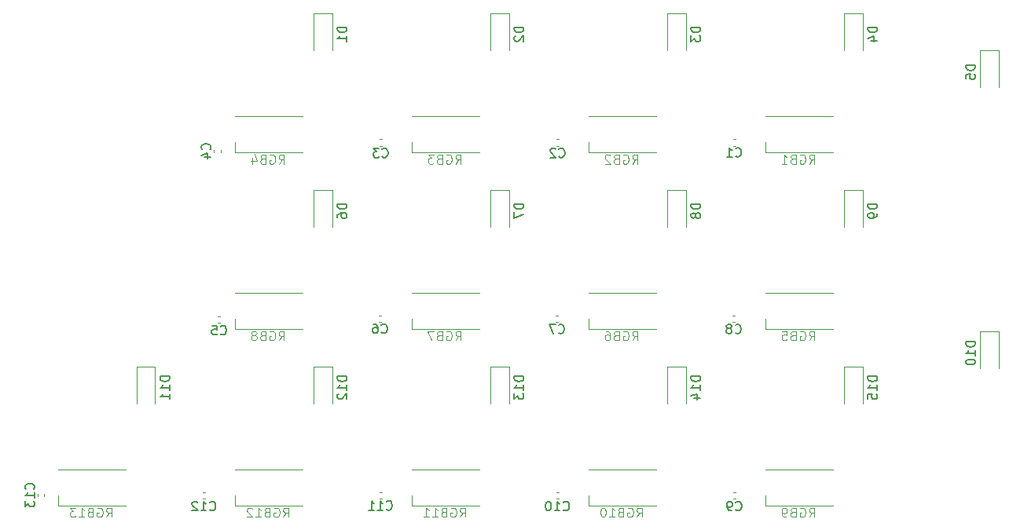
<source format=gbr>
%TF.GenerationSoftware,KiCad,Pcbnew,7.0.2*%
%TF.CreationDate,2023-08-21T12:10:16-07:00*%
%TF.ProjectId,Macropad_Project,4d616372-6f70-4616-945f-50726f6a6563,rev?*%
%TF.SameCoordinates,Original*%
%TF.FileFunction,Legend,Bot*%
%TF.FilePolarity,Positive*%
%FSLAX46Y46*%
G04 Gerber Fmt 4.6, Leading zero omitted, Abs format (unit mm)*
G04 Created by KiCad (PCBNEW 7.0.2) date 2023-08-21 12:10:16*
%MOMM*%
%LPD*%
G01*
G04 APERTURE LIST*
%ADD10C,0.100000*%
%ADD11C,0.150000*%
%ADD12C,0.120000*%
G04 APERTURE END LIST*
D10*
%TO.C,RGB3*%
X95666666Y-41782619D02*
X95999999Y-41306428D01*
X96238094Y-41782619D02*
X96238094Y-40782619D01*
X96238094Y-40782619D02*
X95857142Y-40782619D01*
X95857142Y-40782619D02*
X95761904Y-40830238D01*
X95761904Y-40830238D02*
X95714285Y-40877857D01*
X95714285Y-40877857D02*
X95666666Y-40973095D01*
X95666666Y-40973095D02*
X95666666Y-41115952D01*
X95666666Y-41115952D02*
X95714285Y-41211190D01*
X95714285Y-41211190D02*
X95761904Y-41258809D01*
X95761904Y-41258809D02*
X95857142Y-41306428D01*
X95857142Y-41306428D02*
X96238094Y-41306428D01*
X94714285Y-40830238D02*
X94809523Y-40782619D01*
X94809523Y-40782619D02*
X94952380Y-40782619D01*
X94952380Y-40782619D02*
X95095237Y-40830238D01*
X95095237Y-40830238D02*
X95190475Y-40925476D01*
X95190475Y-40925476D02*
X95238094Y-41020714D01*
X95238094Y-41020714D02*
X95285713Y-41211190D01*
X95285713Y-41211190D02*
X95285713Y-41354047D01*
X95285713Y-41354047D02*
X95238094Y-41544523D01*
X95238094Y-41544523D02*
X95190475Y-41639761D01*
X95190475Y-41639761D02*
X95095237Y-41735000D01*
X95095237Y-41735000D02*
X94952380Y-41782619D01*
X94952380Y-41782619D02*
X94857142Y-41782619D01*
X94857142Y-41782619D02*
X94714285Y-41735000D01*
X94714285Y-41735000D02*
X94666666Y-41687380D01*
X94666666Y-41687380D02*
X94666666Y-41354047D01*
X94666666Y-41354047D02*
X94857142Y-41354047D01*
X93904761Y-41258809D02*
X93761904Y-41306428D01*
X93761904Y-41306428D02*
X93714285Y-41354047D01*
X93714285Y-41354047D02*
X93666666Y-41449285D01*
X93666666Y-41449285D02*
X93666666Y-41592142D01*
X93666666Y-41592142D02*
X93714285Y-41687380D01*
X93714285Y-41687380D02*
X93761904Y-41735000D01*
X93761904Y-41735000D02*
X93857142Y-41782619D01*
X93857142Y-41782619D02*
X94238094Y-41782619D01*
X94238094Y-41782619D02*
X94238094Y-40782619D01*
X94238094Y-40782619D02*
X93904761Y-40782619D01*
X93904761Y-40782619D02*
X93809523Y-40830238D01*
X93809523Y-40830238D02*
X93761904Y-40877857D01*
X93761904Y-40877857D02*
X93714285Y-40973095D01*
X93714285Y-40973095D02*
X93714285Y-41068333D01*
X93714285Y-41068333D02*
X93761904Y-41163571D01*
X93761904Y-41163571D02*
X93809523Y-41211190D01*
X93809523Y-41211190D02*
X93904761Y-41258809D01*
X93904761Y-41258809D02*
X94238094Y-41258809D01*
X93333332Y-40782619D02*
X92714285Y-40782619D01*
X92714285Y-40782619D02*
X93047618Y-41163571D01*
X93047618Y-41163571D02*
X92904761Y-41163571D01*
X92904761Y-41163571D02*
X92809523Y-41211190D01*
X92809523Y-41211190D02*
X92761904Y-41258809D01*
X92761904Y-41258809D02*
X92714285Y-41354047D01*
X92714285Y-41354047D02*
X92714285Y-41592142D01*
X92714285Y-41592142D02*
X92761904Y-41687380D01*
X92761904Y-41687380D02*
X92809523Y-41735000D01*
X92809523Y-41735000D02*
X92904761Y-41782619D01*
X92904761Y-41782619D02*
X93190475Y-41782619D01*
X93190475Y-41782619D02*
X93285713Y-41735000D01*
X93285713Y-41735000D02*
X93333332Y-41687380D01*
%TO.C,RGB4*%
X76626666Y-41782619D02*
X76959999Y-41306428D01*
X77198094Y-41782619D02*
X77198094Y-40782619D01*
X77198094Y-40782619D02*
X76817142Y-40782619D01*
X76817142Y-40782619D02*
X76721904Y-40830238D01*
X76721904Y-40830238D02*
X76674285Y-40877857D01*
X76674285Y-40877857D02*
X76626666Y-40973095D01*
X76626666Y-40973095D02*
X76626666Y-41115952D01*
X76626666Y-41115952D02*
X76674285Y-41211190D01*
X76674285Y-41211190D02*
X76721904Y-41258809D01*
X76721904Y-41258809D02*
X76817142Y-41306428D01*
X76817142Y-41306428D02*
X77198094Y-41306428D01*
X75674285Y-40830238D02*
X75769523Y-40782619D01*
X75769523Y-40782619D02*
X75912380Y-40782619D01*
X75912380Y-40782619D02*
X76055237Y-40830238D01*
X76055237Y-40830238D02*
X76150475Y-40925476D01*
X76150475Y-40925476D02*
X76198094Y-41020714D01*
X76198094Y-41020714D02*
X76245713Y-41211190D01*
X76245713Y-41211190D02*
X76245713Y-41354047D01*
X76245713Y-41354047D02*
X76198094Y-41544523D01*
X76198094Y-41544523D02*
X76150475Y-41639761D01*
X76150475Y-41639761D02*
X76055237Y-41735000D01*
X76055237Y-41735000D02*
X75912380Y-41782619D01*
X75912380Y-41782619D02*
X75817142Y-41782619D01*
X75817142Y-41782619D02*
X75674285Y-41735000D01*
X75674285Y-41735000D02*
X75626666Y-41687380D01*
X75626666Y-41687380D02*
X75626666Y-41354047D01*
X75626666Y-41354047D02*
X75817142Y-41354047D01*
X74864761Y-41258809D02*
X74721904Y-41306428D01*
X74721904Y-41306428D02*
X74674285Y-41354047D01*
X74674285Y-41354047D02*
X74626666Y-41449285D01*
X74626666Y-41449285D02*
X74626666Y-41592142D01*
X74626666Y-41592142D02*
X74674285Y-41687380D01*
X74674285Y-41687380D02*
X74721904Y-41735000D01*
X74721904Y-41735000D02*
X74817142Y-41782619D01*
X74817142Y-41782619D02*
X75198094Y-41782619D01*
X75198094Y-41782619D02*
X75198094Y-40782619D01*
X75198094Y-40782619D02*
X74864761Y-40782619D01*
X74864761Y-40782619D02*
X74769523Y-40830238D01*
X74769523Y-40830238D02*
X74721904Y-40877857D01*
X74721904Y-40877857D02*
X74674285Y-40973095D01*
X74674285Y-40973095D02*
X74674285Y-41068333D01*
X74674285Y-41068333D02*
X74721904Y-41163571D01*
X74721904Y-41163571D02*
X74769523Y-41211190D01*
X74769523Y-41211190D02*
X74864761Y-41258809D01*
X74864761Y-41258809D02*
X75198094Y-41258809D01*
X73769523Y-41115952D02*
X73769523Y-41782619D01*
X74007618Y-40735000D02*
X74245713Y-41449285D01*
X74245713Y-41449285D02*
X73626666Y-41449285D01*
D11*
%TO.C,D3*%
X122062619Y-27059405D02*
X121062619Y-27059405D01*
X121062619Y-27059405D02*
X121062619Y-27297500D01*
X121062619Y-27297500D02*
X121110238Y-27440357D01*
X121110238Y-27440357D02*
X121205476Y-27535595D01*
X121205476Y-27535595D02*
X121300714Y-27583214D01*
X121300714Y-27583214D02*
X121491190Y-27630833D01*
X121491190Y-27630833D02*
X121634047Y-27630833D01*
X121634047Y-27630833D02*
X121824523Y-27583214D01*
X121824523Y-27583214D02*
X121919761Y-27535595D01*
X121919761Y-27535595D02*
X122015000Y-27440357D01*
X122015000Y-27440357D02*
X122062619Y-27297500D01*
X122062619Y-27297500D02*
X122062619Y-27059405D01*
X121062619Y-27964167D02*
X121062619Y-28583214D01*
X121062619Y-28583214D02*
X121443571Y-28249881D01*
X121443571Y-28249881D02*
X121443571Y-28392738D01*
X121443571Y-28392738D02*
X121491190Y-28487976D01*
X121491190Y-28487976D02*
X121538809Y-28535595D01*
X121538809Y-28535595D02*
X121634047Y-28583214D01*
X121634047Y-28583214D02*
X121872142Y-28583214D01*
X121872142Y-28583214D02*
X121967380Y-28535595D01*
X121967380Y-28535595D02*
X122015000Y-28487976D01*
X122015000Y-28487976D02*
X122062619Y-28392738D01*
X122062619Y-28392738D02*
X122062619Y-28107024D01*
X122062619Y-28107024D02*
X122015000Y-28011786D01*
X122015000Y-28011786D02*
X121967380Y-27964167D01*
%TO.C,D7*%
X103012619Y-46111905D02*
X102012619Y-46111905D01*
X102012619Y-46111905D02*
X102012619Y-46350000D01*
X102012619Y-46350000D02*
X102060238Y-46492857D01*
X102060238Y-46492857D02*
X102155476Y-46588095D01*
X102155476Y-46588095D02*
X102250714Y-46635714D01*
X102250714Y-46635714D02*
X102441190Y-46683333D01*
X102441190Y-46683333D02*
X102584047Y-46683333D01*
X102584047Y-46683333D02*
X102774523Y-46635714D01*
X102774523Y-46635714D02*
X102869761Y-46588095D01*
X102869761Y-46588095D02*
X102965000Y-46492857D01*
X102965000Y-46492857D02*
X103012619Y-46350000D01*
X103012619Y-46350000D02*
X103012619Y-46111905D01*
X102012619Y-47016667D02*
X102012619Y-47683333D01*
X102012619Y-47683333D02*
X103012619Y-47254762D01*
%TO.C,D13*%
X103012619Y-64685714D02*
X102012619Y-64685714D01*
X102012619Y-64685714D02*
X102012619Y-64923809D01*
X102012619Y-64923809D02*
X102060238Y-65066666D01*
X102060238Y-65066666D02*
X102155476Y-65161904D01*
X102155476Y-65161904D02*
X102250714Y-65209523D01*
X102250714Y-65209523D02*
X102441190Y-65257142D01*
X102441190Y-65257142D02*
X102584047Y-65257142D01*
X102584047Y-65257142D02*
X102774523Y-65209523D01*
X102774523Y-65209523D02*
X102869761Y-65161904D01*
X102869761Y-65161904D02*
X102965000Y-65066666D01*
X102965000Y-65066666D02*
X103012619Y-64923809D01*
X103012619Y-64923809D02*
X103012619Y-64685714D01*
X103012619Y-66209523D02*
X103012619Y-65638095D01*
X103012619Y-65923809D02*
X102012619Y-65923809D01*
X102012619Y-65923809D02*
X102155476Y-65828571D01*
X102155476Y-65828571D02*
X102250714Y-65733333D01*
X102250714Y-65733333D02*
X102298333Y-65638095D01*
X102012619Y-66542857D02*
X102012619Y-67161904D01*
X102012619Y-67161904D02*
X102393571Y-66828571D01*
X102393571Y-66828571D02*
X102393571Y-66971428D01*
X102393571Y-66971428D02*
X102441190Y-67066666D01*
X102441190Y-67066666D02*
X102488809Y-67114285D01*
X102488809Y-67114285D02*
X102584047Y-67161904D01*
X102584047Y-67161904D02*
X102822142Y-67161904D01*
X102822142Y-67161904D02*
X102917380Y-67114285D01*
X102917380Y-67114285D02*
X102965000Y-67066666D01*
X102965000Y-67066666D02*
X103012619Y-66971428D01*
X103012619Y-66971428D02*
X103012619Y-66685714D01*
X103012619Y-66685714D02*
X102965000Y-66590476D01*
X102965000Y-66590476D02*
X102917380Y-66542857D01*
%TO.C,C10*%
X107292857Y-79089880D02*
X107340476Y-79137500D01*
X107340476Y-79137500D02*
X107483333Y-79185119D01*
X107483333Y-79185119D02*
X107578571Y-79185119D01*
X107578571Y-79185119D02*
X107721428Y-79137500D01*
X107721428Y-79137500D02*
X107816666Y-79042261D01*
X107816666Y-79042261D02*
X107864285Y-78947023D01*
X107864285Y-78947023D02*
X107911904Y-78756547D01*
X107911904Y-78756547D02*
X107911904Y-78613690D01*
X107911904Y-78613690D02*
X107864285Y-78423214D01*
X107864285Y-78423214D02*
X107816666Y-78327976D01*
X107816666Y-78327976D02*
X107721428Y-78232738D01*
X107721428Y-78232738D02*
X107578571Y-78185119D01*
X107578571Y-78185119D02*
X107483333Y-78185119D01*
X107483333Y-78185119D02*
X107340476Y-78232738D01*
X107340476Y-78232738D02*
X107292857Y-78280357D01*
X106340476Y-79185119D02*
X106911904Y-79185119D01*
X106626190Y-79185119D02*
X106626190Y-78185119D01*
X106626190Y-78185119D02*
X106721428Y-78327976D01*
X106721428Y-78327976D02*
X106816666Y-78423214D01*
X106816666Y-78423214D02*
X106911904Y-78470833D01*
X105721428Y-78185119D02*
X105626190Y-78185119D01*
X105626190Y-78185119D02*
X105530952Y-78232738D01*
X105530952Y-78232738D02*
X105483333Y-78280357D01*
X105483333Y-78280357D02*
X105435714Y-78375595D01*
X105435714Y-78375595D02*
X105388095Y-78566071D01*
X105388095Y-78566071D02*
X105388095Y-78804166D01*
X105388095Y-78804166D02*
X105435714Y-78994642D01*
X105435714Y-78994642D02*
X105483333Y-79089880D01*
X105483333Y-79089880D02*
X105530952Y-79137500D01*
X105530952Y-79137500D02*
X105626190Y-79185119D01*
X105626190Y-79185119D02*
X105721428Y-79185119D01*
X105721428Y-79185119D02*
X105816666Y-79137500D01*
X105816666Y-79137500D02*
X105864285Y-79089880D01*
X105864285Y-79089880D02*
X105911904Y-78994642D01*
X105911904Y-78994642D02*
X105959523Y-78804166D01*
X105959523Y-78804166D02*
X105959523Y-78566071D01*
X105959523Y-78566071D02*
X105911904Y-78375595D01*
X105911904Y-78375595D02*
X105864285Y-78280357D01*
X105864285Y-78280357D02*
X105816666Y-78232738D01*
X105816666Y-78232738D02*
X105721428Y-78185119D01*
%TO.C,D2*%
X103012619Y-27059405D02*
X102012619Y-27059405D01*
X102012619Y-27059405D02*
X102012619Y-27297500D01*
X102012619Y-27297500D02*
X102060238Y-27440357D01*
X102060238Y-27440357D02*
X102155476Y-27535595D01*
X102155476Y-27535595D02*
X102250714Y-27583214D01*
X102250714Y-27583214D02*
X102441190Y-27630833D01*
X102441190Y-27630833D02*
X102584047Y-27630833D01*
X102584047Y-27630833D02*
X102774523Y-27583214D01*
X102774523Y-27583214D02*
X102869761Y-27535595D01*
X102869761Y-27535595D02*
X102965000Y-27440357D01*
X102965000Y-27440357D02*
X103012619Y-27297500D01*
X103012619Y-27297500D02*
X103012619Y-27059405D01*
X102107857Y-28011786D02*
X102060238Y-28059405D01*
X102060238Y-28059405D02*
X102012619Y-28154643D01*
X102012619Y-28154643D02*
X102012619Y-28392738D01*
X102012619Y-28392738D02*
X102060238Y-28487976D01*
X102060238Y-28487976D02*
X102107857Y-28535595D01*
X102107857Y-28535595D02*
X102203095Y-28583214D01*
X102203095Y-28583214D02*
X102298333Y-28583214D01*
X102298333Y-28583214D02*
X102441190Y-28535595D01*
X102441190Y-28535595D02*
X103012619Y-27964167D01*
X103012619Y-27964167D02*
X103012619Y-28583214D01*
D10*
%TO.C,RGB6*%
X114716666Y-60812619D02*
X115049999Y-60336428D01*
X115288094Y-60812619D02*
X115288094Y-59812619D01*
X115288094Y-59812619D02*
X114907142Y-59812619D01*
X114907142Y-59812619D02*
X114811904Y-59860238D01*
X114811904Y-59860238D02*
X114764285Y-59907857D01*
X114764285Y-59907857D02*
X114716666Y-60003095D01*
X114716666Y-60003095D02*
X114716666Y-60145952D01*
X114716666Y-60145952D02*
X114764285Y-60241190D01*
X114764285Y-60241190D02*
X114811904Y-60288809D01*
X114811904Y-60288809D02*
X114907142Y-60336428D01*
X114907142Y-60336428D02*
X115288094Y-60336428D01*
X113764285Y-59860238D02*
X113859523Y-59812619D01*
X113859523Y-59812619D02*
X114002380Y-59812619D01*
X114002380Y-59812619D02*
X114145237Y-59860238D01*
X114145237Y-59860238D02*
X114240475Y-59955476D01*
X114240475Y-59955476D02*
X114288094Y-60050714D01*
X114288094Y-60050714D02*
X114335713Y-60241190D01*
X114335713Y-60241190D02*
X114335713Y-60384047D01*
X114335713Y-60384047D02*
X114288094Y-60574523D01*
X114288094Y-60574523D02*
X114240475Y-60669761D01*
X114240475Y-60669761D02*
X114145237Y-60765000D01*
X114145237Y-60765000D02*
X114002380Y-60812619D01*
X114002380Y-60812619D02*
X113907142Y-60812619D01*
X113907142Y-60812619D02*
X113764285Y-60765000D01*
X113764285Y-60765000D02*
X113716666Y-60717380D01*
X113716666Y-60717380D02*
X113716666Y-60384047D01*
X113716666Y-60384047D02*
X113907142Y-60384047D01*
X112954761Y-60288809D02*
X112811904Y-60336428D01*
X112811904Y-60336428D02*
X112764285Y-60384047D01*
X112764285Y-60384047D02*
X112716666Y-60479285D01*
X112716666Y-60479285D02*
X112716666Y-60622142D01*
X112716666Y-60622142D02*
X112764285Y-60717380D01*
X112764285Y-60717380D02*
X112811904Y-60765000D01*
X112811904Y-60765000D02*
X112907142Y-60812619D01*
X112907142Y-60812619D02*
X113288094Y-60812619D01*
X113288094Y-60812619D02*
X113288094Y-59812619D01*
X113288094Y-59812619D02*
X112954761Y-59812619D01*
X112954761Y-59812619D02*
X112859523Y-59860238D01*
X112859523Y-59860238D02*
X112811904Y-59907857D01*
X112811904Y-59907857D02*
X112764285Y-60003095D01*
X112764285Y-60003095D02*
X112764285Y-60098333D01*
X112764285Y-60098333D02*
X112811904Y-60193571D01*
X112811904Y-60193571D02*
X112859523Y-60241190D01*
X112859523Y-60241190D02*
X112954761Y-60288809D01*
X112954761Y-60288809D02*
X113288094Y-60288809D01*
X111859523Y-59812619D02*
X112049999Y-59812619D01*
X112049999Y-59812619D02*
X112145237Y-59860238D01*
X112145237Y-59860238D02*
X112192856Y-59907857D01*
X112192856Y-59907857D02*
X112288094Y-60050714D01*
X112288094Y-60050714D02*
X112335713Y-60241190D01*
X112335713Y-60241190D02*
X112335713Y-60622142D01*
X112335713Y-60622142D02*
X112288094Y-60717380D01*
X112288094Y-60717380D02*
X112240475Y-60765000D01*
X112240475Y-60765000D02*
X112145237Y-60812619D01*
X112145237Y-60812619D02*
X111954761Y-60812619D01*
X111954761Y-60812619D02*
X111859523Y-60765000D01*
X111859523Y-60765000D02*
X111811904Y-60717380D01*
X111811904Y-60717380D02*
X111764285Y-60622142D01*
X111764285Y-60622142D02*
X111764285Y-60384047D01*
X111764285Y-60384047D02*
X111811904Y-60288809D01*
X111811904Y-60288809D02*
X111859523Y-60241190D01*
X111859523Y-60241190D02*
X111954761Y-60193571D01*
X111954761Y-60193571D02*
X112145237Y-60193571D01*
X112145237Y-60193571D02*
X112240475Y-60241190D01*
X112240475Y-60241190D02*
X112288094Y-60288809D01*
X112288094Y-60288809D02*
X112335713Y-60384047D01*
D11*
%TO.C,D9*%
X141112619Y-46111905D02*
X140112619Y-46111905D01*
X140112619Y-46111905D02*
X140112619Y-46350000D01*
X140112619Y-46350000D02*
X140160238Y-46492857D01*
X140160238Y-46492857D02*
X140255476Y-46588095D01*
X140255476Y-46588095D02*
X140350714Y-46635714D01*
X140350714Y-46635714D02*
X140541190Y-46683333D01*
X140541190Y-46683333D02*
X140684047Y-46683333D01*
X140684047Y-46683333D02*
X140874523Y-46635714D01*
X140874523Y-46635714D02*
X140969761Y-46588095D01*
X140969761Y-46588095D02*
X141065000Y-46492857D01*
X141065000Y-46492857D02*
X141112619Y-46350000D01*
X141112619Y-46350000D02*
X141112619Y-46111905D01*
X141112619Y-47159524D02*
X141112619Y-47350000D01*
X141112619Y-47350000D02*
X141065000Y-47445238D01*
X141065000Y-47445238D02*
X141017380Y-47492857D01*
X141017380Y-47492857D02*
X140874523Y-47588095D01*
X140874523Y-47588095D02*
X140684047Y-47635714D01*
X140684047Y-47635714D02*
X140303095Y-47635714D01*
X140303095Y-47635714D02*
X140207857Y-47588095D01*
X140207857Y-47588095D02*
X140160238Y-47540476D01*
X140160238Y-47540476D02*
X140112619Y-47445238D01*
X140112619Y-47445238D02*
X140112619Y-47254762D01*
X140112619Y-47254762D02*
X140160238Y-47159524D01*
X140160238Y-47159524D02*
X140207857Y-47111905D01*
X140207857Y-47111905D02*
X140303095Y-47064286D01*
X140303095Y-47064286D02*
X140541190Y-47064286D01*
X140541190Y-47064286D02*
X140636428Y-47111905D01*
X140636428Y-47111905D02*
X140684047Y-47159524D01*
X140684047Y-47159524D02*
X140731666Y-47254762D01*
X140731666Y-47254762D02*
X140731666Y-47445238D01*
X140731666Y-47445238D02*
X140684047Y-47540476D01*
X140684047Y-47540476D02*
X140636428Y-47588095D01*
X140636428Y-47588095D02*
X140541190Y-47635714D01*
D10*
%TO.C,RGB9*%
X133766666Y-79862619D02*
X134099999Y-79386428D01*
X134338094Y-79862619D02*
X134338094Y-78862619D01*
X134338094Y-78862619D02*
X133957142Y-78862619D01*
X133957142Y-78862619D02*
X133861904Y-78910238D01*
X133861904Y-78910238D02*
X133814285Y-78957857D01*
X133814285Y-78957857D02*
X133766666Y-79053095D01*
X133766666Y-79053095D02*
X133766666Y-79195952D01*
X133766666Y-79195952D02*
X133814285Y-79291190D01*
X133814285Y-79291190D02*
X133861904Y-79338809D01*
X133861904Y-79338809D02*
X133957142Y-79386428D01*
X133957142Y-79386428D02*
X134338094Y-79386428D01*
X132814285Y-78910238D02*
X132909523Y-78862619D01*
X132909523Y-78862619D02*
X133052380Y-78862619D01*
X133052380Y-78862619D02*
X133195237Y-78910238D01*
X133195237Y-78910238D02*
X133290475Y-79005476D01*
X133290475Y-79005476D02*
X133338094Y-79100714D01*
X133338094Y-79100714D02*
X133385713Y-79291190D01*
X133385713Y-79291190D02*
X133385713Y-79434047D01*
X133385713Y-79434047D02*
X133338094Y-79624523D01*
X133338094Y-79624523D02*
X133290475Y-79719761D01*
X133290475Y-79719761D02*
X133195237Y-79815000D01*
X133195237Y-79815000D02*
X133052380Y-79862619D01*
X133052380Y-79862619D02*
X132957142Y-79862619D01*
X132957142Y-79862619D02*
X132814285Y-79815000D01*
X132814285Y-79815000D02*
X132766666Y-79767380D01*
X132766666Y-79767380D02*
X132766666Y-79434047D01*
X132766666Y-79434047D02*
X132957142Y-79434047D01*
X132004761Y-79338809D02*
X131861904Y-79386428D01*
X131861904Y-79386428D02*
X131814285Y-79434047D01*
X131814285Y-79434047D02*
X131766666Y-79529285D01*
X131766666Y-79529285D02*
X131766666Y-79672142D01*
X131766666Y-79672142D02*
X131814285Y-79767380D01*
X131814285Y-79767380D02*
X131861904Y-79815000D01*
X131861904Y-79815000D02*
X131957142Y-79862619D01*
X131957142Y-79862619D02*
X132338094Y-79862619D01*
X132338094Y-79862619D02*
X132338094Y-78862619D01*
X132338094Y-78862619D02*
X132004761Y-78862619D01*
X132004761Y-78862619D02*
X131909523Y-78910238D01*
X131909523Y-78910238D02*
X131861904Y-78957857D01*
X131861904Y-78957857D02*
X131814285Y-79053095D01*
X131814285Y-79053095D02*
X131814285Y-79148333D01*
X131814285Y-79148333D02*
X131861904Y-79243571D01*
X131861904Y-79243571D02*
X131909523Y-79291190D01*
X131909523Y-79291190D02*
X132004761Y-79338809D01*
X132004761Y-79338809D02*
X132338094Y-79338809D01*
X131290475Y-79862619D02*
X131099999Y-79862619D01*
X131099999Y-79862619D02*
X131004761Y-79815000D01*
X131004761Y-79815000D02*
X130957142Y-79767380D01*
X130957142Y-79767380D02*
X130861904Y-79624523D01*
X130861904Y-79624523D02*
X130814285Y-79434047D01*
X130814285Y-79434047D02*
X130814285Y-79053095D01*
X130814285Y-79053095D02*
X130861904Y-78957857D01*
X130861904Y-78957857D02*
X130909523Y-78910238D01*
X130909523Y-78910238D02*
X131004761Y-78862619D01*
X131004761Y-78862619D02*
X131195237Y-78862619D01*
X131195237Y-78862619D02*
X131290475Y-78910238D01*
X131290475Y-78910238D02*
X131338094Y-78957857D01*
X131338094Y-78957857D02*
X131385713Y-79053095D01*
X131385713Y-79053095D02*
X131385713Y-79291190D01*
X131385713Y-79291190D02*
X131338094Y-79386428D01*
X131338094Y-79386428D02*
X131290475Y-79434047D01*
X131290475Y-79434047D02*
X131195237Y-79481666D01*
X131195237Y-79481666D02*
X131004761Y-79481666D01*
X131004761Y-79481666D02*
X130909523Y-79434047D01*
X130909523Y-79434047D02*
X130861904Y-79386428D01*
X130861904Y-79386428D02*
X130814285Y-79291190D01*
D11*
%TO.C,D5*%
X151672619Y-31144405D02*
X150672619Y-31144405D01*
X150672619Y-31144405D02*
X150672619Y-31382500D01*
X150672619Y-31382500D02*
X150720238Y-31525357D01*
X150720238Y-31525357D02*
X150815476Y-31620595D01*
X150815476Y-31620595D02*
X150910714Y-31668214D01*
X150910714Y-31668214D02*
X151101190Y-31715833D01*
X151101190Y-31715833D02*
X151244047Y-31715833D01*
X151244047Y-31715833D02*
X151434523Y-31668214D01*
X151434523Y-31668214D02*
X151529761Y-31620595D01*
X151529761Y-31620595D02*
X151625000Y-31525357D01*
X151625000Y-31525357D02*
X151672619Y-31382500D01*
X151672619Y-31382500D02*
X151672619Y-31144405D01*
X150672619Y-32620595D02*
X150672619Y-32144405D01*
X150672619Y-32144405D02*
X151148809Y-32096786D01*
X151148809Y-32096786D02*
X151101190Y-32144405D01*
X151101190Y-32144405D02*
X151053571Y-32239643D01*
X151053571Y-32239643D02*
X151053571Y-32477738D01*
X151053571Y-32477738D02*
X151101190Y-32572976D01*
X151101190Y-32572976D02*
X151148809Y-32620595D01*
X151148809Y-32620595D02*
X151244047Y-32668214D01*
X151244047Y-32668214D02*
X151482142Y-32668214D01*
X151482142Y-32668214D02*
X151577380Y-32620595D01*
X151577380Y-32620595D02*
X151625000Y-32572976D01*
X151625000Y-32572976D02*
X151672619Y-32477738D01*
X151672619Y-32477738D02*
X151672619Y-32239643D01*
X151672619Y-32239643D02*
X151625000Y-32144405D01*
X151625000Y-32144405D02*
X151577380Y-32096786D01*
D10*
%TO.C,RGB11*%
X96142857Y-79862619D02*
X96476190Y-79386428D01*
X96714285Y-79862619D02*
X96714285Y-78862619D01*
X96714285Y-78862619D02*
X96333333Y-78862619D01*
X96333333Y-78862619D02*
X96238095Y-78910238D01*
X96238095Y-78910238D02*
X96190476Y-78957857D01*
X96190476Y-78957857D02*
X96142857Y-79053095D01*
X96142857Y-79053095D02*
X96142857Y-79195952D01*
X96142857Y-79195952D02*
X96190476Y-79291190D01*
X96190476Y-79291190D02*
X96238095Y-79338809D01*
X96238095Y-79338809D02*
X96333333Y-79386428D01*
X96333333Y-79386428D02*
X96714285Y-79386428D01*
X95190476Y-78910238D02*
X95285714Y-78862619D01*
X95285714Y-78862619D02*
X95428571Y-78862619D01*
X95428571Y-78862619D02*
X95571428Y-78910238D01*
X95571428Y-78910238D02*
X95666666Y-79005476D01*
X95666666Y-79005476D02*
X95714285Y-79100714D01*
X95714285Y-79100714D02*
X95761904Y-79291190D01*
X95761904Y-79291190D02*
X95761904Y-79434047D01*
X95761904Y-79434047D02*
X95714285Y-79624523D01*
X95714285Y-79624523D02*
X95666666Y-79719761D01*
X95666666Y-79719761D02*
X95571428Y-79815000D01*
X95571428Y-79815000D02*
X95428571Y-79862619D01*
X95428571Y-79862619D02*
X95333333Y-79862619D01*
X95333333Y-79862619D02*
X95190476Y-79815000D01*
X95190476Y-79815000D02*
X95142857Y-79767380D01*
X95142857Y-79767380D02*
X95142857Y-79434047D01*
X95142857Y-79434047D02*
X95333333Y-79434047D01*
X94380952Y-79338809D02*
X94238095Y-79386428D01*
X94238095Y-79386428D02*
X94190476Y-79434047D01*
X94190476Y-79434047D02*
X94142857Y-79529285D01*
X94142857Y-79529285D02*
X94142857Y-79672142D01*
X94142857Y-79672142D02*
X94190476Y-79767380D01*
X94190476Y-79767380D02*
X94238095Y-79815000D01*
X94238095Y-79815000D02*
X94333333Y-79862619D01*
X94333333Y-79862619D02*
X94714285Y-79862619D01*
X94714285Y-79862619D02*
X94714285Y-78862619D01*
X94714285Y-78862619D02*
X94380952Y-78862619D01*
X94380952Y-78862619D02*
X94285714Y-78910238D01*
X94285714Y-78910238D02*
X94238095Y-78957857D01*
X94238095Y-78957857D02*
X94190476Y-79053095D01*
X94190476Y-79053095D02*
X94190476Y-79148333D01*
X94190476Y-79148333D02*
X94238095Y-79243571D01*
X94238095Y-79243571D02*
X94285714Y-79291190D01*
X94285714Y-79291190D02*
X94380952Y-79338809D01*
X94380952Y-79338809D02*
X94714285Y-79338809D01*
X93190476Y-79862619D02*
X93761904Y-79862619D01*
X93476190Y-79862619D02*
X93476190Y-78862619D01*
X93476190Y-78862619D02*
X93571428Y-79005476D01*
X93571428Y-79005476D02*
X93666666Y-79100714D01*
X93666666Y-79100714D02*
X93761904Y-79148333D01*
X92238095Y-79862619D02*
X92809523Y-79862619D01*
X92523809Y-79862619D02*
X92523809Y-78862619D01*
X92523809Y-78862619D02*
X92619047Y-79005476D01*
X92619047Y-79005476D02*
X92714285Y-79100714D01*
X92714285Y-79100714D02*
X92809523Y-79148333D01*
%TO.C,RGB10*%
X115192857Y-79862619D02*
X115526190Y-79386428D01*
X115764285Y-79862619D02*
X115764285Y-78862619D01*
X115764285Y-78862619D02*
X115383333Y-78862619D01*
X115383333Y-78862619D02*
X115288095Y-78910238D01*
X115288095Y-78910238D02*
X115240476Y-78957857D01*
X115240476Y-78957857D02*
X115192857Y-79053095D01*
X115192857Y-79053095D02*
X115192857Y-79195952D01*
X115192857Y-79195952D02*
X115240476Y-79291190D01*
X115240476Y-79291190D02*
X115288095Y-79338809D01*
X115288095Y-79338809D02*
X115383333Y-79386428D01*
X115383333Y-79386428D02*
X115764285Y-79386428D01*
X114240476Y-78910238D02*
X114335714Y-78862619D01*
X114335714Y-78862619D02*
X114478571Y-78862619D01*
X114478571Y-78862619D02*
X114621428Y-78910238D01*
X114621428Y-78910238D02*
X114716666Y-79005476D01*
X114716666Y-79005476D02*
X114764285Y-79100714D01*
X114764285Y-79100714D02*
X114811904Y-79291190D01*
X114811904Y-79291190D02*
X114811904Y-79434047D01*
X114811904Y-79434047D02*
X114764285Y-79624523D01*
X114764285Y-79624523D02*
X114716666Y-79719761D01*
X114716666Y-79719761D02*
X114621428Y-79815000D01*
X114621428Y-79815000D02*
X114478571Y-79862619D01*
X114478571Y-79862619D02*
X114383333Y-79862619D01*
X114383333Y-79862619D02*
X114240476Y-79815000D01*
X114240476Y-79815000D02*
X114192857Y-79767380D01*
X114192857Y-79767380D02*
X114192857Y-79434047D01*
X114192857Y-79434047D02*
X114383333Y-79434047D01*
X113430952Y-79338809D02*
X113288095Y-79386428D01*
X113288095Y-79386428D02*
X113240476Y-79434047D01*
X113240476Y-79434047D02*
X113192857Y-79529285D01*
X113192857Y-79529285D02*
X113192857Y-79672142D01*
X113192857Y-79672142D02*
X113240476Y-79767380D01*
X113240476Y-79767380D02*
X113288095Y-79815000D01*
X113288095Y-79815000D02*
X113383333Y-79862619D01*
X113383333Y-79862619D02*
X113764285Y-79862619D01*
X113764285Y-79862619D02*
X113764285Y-78862619D01*
X113764285Y-78862619D02*
X113430952Y-78862619D01*
X113430952Y-78862619D02*
X113335714Y-78910238D01*
X113335714Y-78910238D02*
X113288095Y-78957857D01*
X113288095Y-78957857D02*
X113240476Y-79053095D01*
X113240476Y-79053095D02*
X113240476Y-79148333D01*
X113240476Y-79148333D02*
X113288095Y-79243571D01*
X113288095Y-79243571D02*
X113335714Y-79291190D01*
X113335714Y-79291190D02*
X113430952Y-79338809D01*
X113430952Y-79338809D02*
X113764285Y-79338809D01*
X112240476Y-79862619D02*
X112811904Y-79862619D01*
X112526190Y-79862619D02*
X112526190Y-78862619D01*
X112526190Y-78862619D02*
X112621428Y-79005476D01*
X112621428Y-79005476D02*
X112716666Y-79100714D01*
X112716666Y-79100714D02*
X112811904Y-79148333D01*
X111621428Y-78862619D02*
X111526190Y-78862619D01*
X111526190Y-78862619D02*
X111430952Y-78910238D01*
X111430952Y-78910238D02*
X111383333Y-78957857D01*
X111383333Y-78957857D02*
X111335714Y-79053095D01*
X111335714Y-79053095D02*
X111288095Y-79243571D01*
X111288095Y-79243571D02*
X111288095Y-79481666D01*
X111288095Y-79481666D02*
X111335714Y-79672142D01*
X111335714Y-79672142D02*
X111383333Y-79767380D01*
X111383333Y-79767380D02*
X111430952Y-79815000D01*
X111430952Y-79815000D02*
X111526190Y-79862619D01*
X111526190Y-79862619D02*
X111621428Y-79862619D01*
X111621428Y-79862619D02*
X111716666Y-79815000D01*
X111716666Y-79815000D02*
X111764285Y-79767380D01*
X111764285Y-79767380D02*
X111811904Y-79672142D01*
X111811904Y-79672142D02*
X111859523Y-79481666D01*
X111859523Y-79481666D02*
X111859523Y-79243571D01*
X111859523Y-79243571D02*
X111811904Y-79053095D01*
X111811904Y-79053095D02*
X111764285Y-78957857D01*
X111764285Y-78957857D02*
X111716666Y-78910238D01*
X111716666Y-78910238D02*
X111621428Y-78862619D01*
%TO.C,RGB5*%
X133766666Y-60812619D02*
X134099999Y-60336428D01*
X134338094Y-60812619D02*
X134338094Y-59812619D01*
X134338094Y-59812619D02*
X133957142Y-59812619D01*
X133957142Y-59812619D02*
X133861904Y-59860238D01*
X133861904Y-59860238D02*
X133814285Y-59907857D01*
X133814285Y-59907857D02*
X133766666Y-60003095D01*
X133766666Y-60003095D02*
X133766666Y-60145952D01*
X133766666Y-60145952D02*
X133814285Y-60241190D01*
X133814285Y-60241190D02*
X133861904Y-60288809D01*
X133861904Y-60288809D02*
X133957142Y-60336428D01*
X133957142Y-60336428D02*
X134338094Y-60336428D01*
X132814285Y-59860238D02*
X132909523Y-59812619D01*
X132909523Y-59812619D02*
X133052380Y-59812619D01*
X133052380Y-59812619D02*
X133195237Y-59860238D01*
X133195237Y-59860238D02*
X133290475Y-59955476D01*
X133290475Y-59955476D02*
X133338094Y-60050714D01*
X133338094Y-60050714D02*
X133385713Y-60241190D01*
X133385713Y-60241190D02*
X133385713Y-60384047D01*
X133385713Y-60384047D02*
X133338094Y-60574523D01*
X133338094Y-60574523D02*
X133290475Y-60669761D01*
X133290475Y-60669761D02*
X133195237Y-60765000D01*
X133195237Y-60765000D02*
X133052380Y-60812619D01*
X133052380Y-60812619D02*
X132957142Y-60812619D01*
X132957142Y-60812619D02*
X132814285Y-60765000D01*
X132814285Y-60765000D02*
X132766666Y-60717380D01*
X132766666Y-60717380D02*
X132766666Y-60384047D01*
X132766666Y-60384047D02*
X132957142Y-60384047D01*
X132004761Y-60288809D02*
X131861904Y-60336428D01*
X131861904Y-60336428D02*
X131814285Y-60384047D01*
X131814285Y-60384047D02*
X131766666Y-60479285D01*
X131766666Y-60479285D02*
X131766666Y-60622142D01*
X131766666Y-60622142D02*
X131814285Y-60717380D01*
X131814285Y-60717380D02*
X131861904Y-60765000D01*
X131861904Y-60765000D02*
X131957142Y-60812619D01*
X131957142Y-60812619D02*
X132338094Y-60812619D01*
X132338094Y-60812619D02*
X132338094Y-59812619D01*
X132338094Y-59812619D02*
X132004761Y-59812619D01*
X132004761Y-59812619D02*
X131909523Y-59860238D01*
X131909523Y-59860238D02*
X131861904Y-59907857D01*
X131861904Y-59907857D02*
X131814285Y-60003095D01*
X131814285Y-60003095D02*
X131814285Y-60098333D01*
X131814285Y-60098333D02*
X131861904Y-60193571D01*
X131861904Y-60193571D02*
X131909523Y-60241190D01*
X131909523Y-60241190D02*
X132004761Y-60288809D01*
X132004761Y-60288809D02*
X132338094Y-60288809D01*
X130861904Y-59812619D02*
X131338094Y-59812619D01*
X131338094Y-59812619D02*
X131385713Y-60288809D01*
X131385713Y-60288809D02*
X131338094Y-60241190D01*
X131338094Y-60241190D02*
X131242856Y-60193571D01*
X131242856Y-60193571D02*
X131004761Y-60193571D01*
X131004761Y-60193571D02*
X130909523Y-60241190D01*
X130909523Y-60241190D02*
X130861904Y-60288809D01*
X130861904Y-60288809D02*
X130814285Y-60384047D01*
X130814285Y-60384047D02*
X130814285Y-60622142D01*
X130814285Y-60622142D02*
X130861904Y-60717380D01*
X130861904Y-60717380D02*
X130909523Y-60765000D01*
X130909523Y-60765000D02*
X131004761Y-60812619D01*
X131004761Y-60812619D02*
X131242856Y-60812619D01*
X131242856Y-60812619D02*
X131338094Y-60765000D01*
X131338094Y-60765000D02*
X131385713Y-60717380D01*
D11*
%TO.C,D1*%
X83962619Y-27059405D02*
X82962619Y-27059405D01*
X82962619Y-27059405D02*
X82962619Y-27297500D01*
X82962619Y-27297500D02*
X83010238Y-27440357D01*
X83010238Y-27440357D02*
X83105476Y-27535595D01*
X83105476Y-27535595D02*
X83200714Y-27583214D01*
X83200714Y-27583214D02*
X83391190Y-27630833D01*
X83391190Y-27630833D02*
X83534047Y-27630833D01*
X83534047Y-27630833D02*
X83724523Y-27583214D01*
X83724523Y-27583214D02*
X83819761Y-27535595D01*
X83819761Y-27535595D02*
X83915000Y-27440357D01*
X83915000Y-27440357D02*
X83962619Y-27297500D01*
X83962619Y-27297500D02*
X83962619Y-27059405D01*
X83962619Y-28583214D02*
X83962619Y-28011786D01*
X83962619Y-28297500D02*
X82962619Y-28297500D01*
X82962619Y-28297500D02*
X83105476Y-28202262D01*
X83105476Y-28202262D02*
X83200714Y-28107024D01*
X83200714Y-28107024D02*
X83248333Y-28011786D01*
%TO.C,D15*%
X141112619Y-64685714D02*
X140112619Y-64685714D01*
X140112619Y-64685714D02*
X140112619Y-64923809D01*
X140112619Y-64923809D02*
X140160238Y-65066666D01*
X140160238Y-65066666D02*
X140255476Y-65161904D01*
X140255476Y-65161904D02*
X140350714Y-65209523D01*
X140350714Y-65209523D02*
X140541190Y-65257142D01*
X140541190Y-65257142D02*
X140684047Y-65257142D01*
X140684047Y-65257142D02*
X140874523Y-65209523D01*
X140874523Y-65209523D02*
X140969761Y-65161904D01*
X140969761Y-65161904D02*
X141065000Y-65066666D01*
X141065000Y-65066666D02*
X141112619Y-64923809D01*
X141112619Y-64923809D02*
X141112619Y-64685714D01*
X141112619Y-66209523D02*
X141112619Y-65638095D01*
X141112619Y-65923809D02*
X140112619Y-65923809D01*
X140112619Y-65923809D02*
X140255476Y-65828571D01*
X140255476Y-65828571D02*
X140350714Y-65733333D01*
X140350714Y-65733333D02*
X140398333Y-65638095D01*
X140112619Y-67114285D02*
X140112619Y-66638095D01*
X140112619Y-66638095D02*
X140588809Y-66590476D01*
X140588809Y-66590476D02*
X140541190Y-66638095D01*
X140541190Y-66638095D02*
X140493571Y-66733333D01*
X140493571Y-66733333D02*
X140493571Y-66971428D01*
X140493571Y-66971428D02*
X140541190Y-67066666D01*
X140541190Y-67066666D02*
X140588809Y-67114285D01*
X140588809Y-67114285D02*
X140684047Y-67161904D01*
X140684047Y-67161904D02*
X140922142Y-67161904D01*
X140922142Y-67161904D02*
X141017380Y-67114285D01*
X141017380Y-67114285D02*
X141065000Y-67066666D01*
X141065000Y-67066666D02*
X141112619Y-66971428D01*
X141112619Y-66971428D02*
X141112619Y-66733333D01*
X141112619Y-66733333D02*
X141065000Y-66638095D01*
X141065000Y-66638095D02*
X141017380Y-66590476D01*
D10*
%TO.C,RGB13*%
X58042857Y-79862619D02*
X58376190Y-79386428D01*
X58614285Y-79862619D02*
X58614285Y-78862619D01*
X58614285Y-78862619D02*
X58233333Y-78862619D01*
X58233333Y-78862619D02*
X58138095Y-78910238D01*
X58138095Y-78910238D02*
X58090476Y-78957857D01*
X58090476Y-78957857D02*
X58042857Y-79053095D01*
X58042857Y-79053095D02*
X58042857Y-79195952D01*
X58042857Y-79195952D02*
X58090476Y-79291190D01*
X58090476Y-79291190D02*
X58138095Y-79338809D01*
X58138095Y-79338809D02*
X58233333Y-79386428D01*
X58233333Y-79386428D02*
X58614285Y-79386428D01*
X57090476Y-78910238D02*
X57185714Y-78862619D01*
X57185714Y-78862619D02*
X57328571Y-78862619D01*
X57328571Y-78862619D02*
X57471428Y-78910238D01*
X57471428Y-78910238D02*
X57566666Y-79005476D01*
X57566666Y-79005476D02*
X57614285Y-79100714D01*
X57614285Y-79100714D02*
X57661904Y-79291190D01*
X57661904Y-79291190D02*
X57661904Y-79434047D01*
X57661904Y-79434047D02*
X57614285Y-79624523D01*
X57614285Y-79624523D02*
X57566666Y-79719761D01*
X57566666Y-79719761D02*
X57471428Y-79815000D01*
X57471428Y-79815000D02*
X57328571Y-79862619D01*
X57328571Y-79862619D02*
X57233333Y-79862619D01*
X57233333Y-79862619D02*
X57090476Y-79815000D01*
X57090476Y-79815000D02*
X57042857Y-79767380D01*
X57042857Y-79767380D02*
X57042857Y-79434047D01*
X57042857Y-79434047D02*
X57233333Y-79434047D01*
X56280952Y-79338809D02*
X56138095Y-79386428D01*
X56138095Y-79386428D02*
X56090476Y-79434047D01*
X56090476Y-79434047D02*
X56042857Y-79529285D01*
X56042857Y-79529285D02*
X56042857Y-79672142D01*
X56042857Y-79672142D02*
X56090476Y-79767380D01*
X56090476Y-79767380D02*
X56138095Y-79815000D01*
X56138095Y-79815000D02*
X56233333Y-79862619D01*
X56233333Y-79862619D02*
X56614285Y-79862619D01*
X56614285Y-79862619D02*
X56614285Y-78862619D01*
X56614285Y-78862619D02*
X56280952Y-78862619D01*
X56280952Y-78862619D02*
X56185714Y-78910238D01*
X56185714Y-78910238D02*
X56138095Y-78957857D01*
X56138095Y-78957857D02*
X56090476Y-79053095D01*
X56090476Y-79053095D02*
X56090476Y-79148333D01*
X56090476Y-79148333D02*
X56138095Y-79243571D01*
X56138095Y-79243571D02*
X56185714Y-79291190D01*
X56185714Y-79291190D02*
X56280952Y-79338809D01*
X56280952Y-79338809D02*
X56614285Y-79338809D01*
X55090476Y-79862619D02*
X55661904Y-79862619D01*
X55376190Y-79862619D02*
X55376190Y-78862619D01*
X55376190Y-78862619D02*
X55471428Y-79005476D01*
X55471428Y-79005476D02*
X55566666Y-79100714D01*
X55566666Y-79100714D02*
X55661904Y-79148333D01*
X54757142Y-78862619D02*
X54138095Y-78862619D01*
X54138095Y-78862619D02*
X54471428Y-79243571D01*
X54471428Y-79243571D02*
X54328571Y-79243571D01*
X54328571Y-79243571D02*
X54233333Y-79291190D01*
X54233333Y-79291190D02*
X54185714Y-79338809D01*
X54185714Y-79338809D02*
X54138095Y-79434047D01*
X54138095Y-79434047D02*
X54138095Y-79672142D01*
X54138095Y-79672142D02*
X54185714Y-79767380D01*
X54185714Y-79767380D02*
X54233333Y-79815000D01*
X54233333Y-79815000D02*
X54328571Y-79862619D01*
X54328571Y-79862619D02*
X54614285Y-79862619D01*
X54614285Y-79862619D02*
X54709523Y-79815000D01*
X54709523Y-79815000D02*
X54757142Y-79767380D01*
D11*
%TO.C,C9*%
X125866666Y-79089880D02*
X125914285Y-79137500D01*
X125914285Y-79137500D02*
X126057142Y-79185119D01*
X126057142Y-79185119D02*
X126152380Y-79185119D01*
X126152380Y-79185119D02*
X126295237Y-79137500D01*
X126295237Y-79137500D02*
X126390475Y-79042261D01*
X126390475Y-79042261D02*
X126438094Y-78947023D01*
X126438094Y-78947023D02*
X126485713Y-78756547D01*
X126485713Y-78756547D02*
X126485713Y-78613690D01*
X126485713Y-78613690D02*
X126438094Y-78423214D01*
X126438094Y-78423214D02*
X126390475Y-78327976D01*
X126390475Y-78327976D02*
X126295237Y-78232738D01*
X126295237Y-78232738D02*
X126152380Y-78185119D01*
X126152380Y-78185119D02*
X126057142Y-78185119D01*
X126057142Y-78185119D02*
X125914285Y-78232738D01*
X125914285Y-78232738D02*
X125866666Y-78280357D01*
X125390475Y-79185119D02*
X125199999Y-79185119D01*
X125199999Y-79185119D02*
X125104761Y-79137500D01*
X125104761Y-79137500D02*
X125057142Y-79089880D01*
X125057142Y-79089880D02*
X124961904Y-78947023D01*
X124961904Y-78947023D02*
X124914285Y-78756547D01*
X124914285Y-78756547D02*
X124914285Y-78375595D01*
X124914285Y-78375595D02*
X124961904Y-78280357D01*
X124961904Y-78280357D02*
X125009523Y-78232738D01*
X125009523Y-78232738D02*
X125104761Y-78185119D01*
X125104761Y-78185119D02*
X125295237Y-78185119D01*
X125295237Y-78185119D02*
X125390475Y-78232738D01*
X125390475Y-78232738D02*
X125438094Y-78280357D01*
X125438094Y-78280357D02*
X125485713Y-78375595D01*
X125485713Y-78375595D02*
X125485713Y-78613690D01*
X125485713Y-78613690D02*
X125438094Y-78708928D01*
X125438094Y-78708928D02*
X125390475Y-78756547D01*
X125390475Y-78756547D02*
X125295237Y-78804166D01*
X125295237Y-78804166D02*
X125104761Y-78804166D01*
X125104761Y-78804166D02*
X125009523Y-78756547D01*
X125009523Y-78756547D02*
X124961904Y-78708928D01*
X124961904Y-78708928D02*
X124914285Y-78613690D01*
%TO.C,C5*%
X70366666Y-60127380D02*
X70414285Y-60175000D01*
X70414285Y-60175000D02*
X70557142Y-60222619D01*
X70557142Y-60222619D02*
X70652380Y-60222619D01*
X70652380Y-60222619D02*
X70795237Y-60175000D01*
X70795237Y-60175000D02*
X70890475Y-60079761D01*
X70890475Y-60079761D02*
X70938094Y-59984523D01*
X70938094Y-59984523D02*
X70985713Y-59794047D01*
X70985713Y-59794047D02*
X70985713Y-59651190D01*
X70985713Y-59651190D02*
X70938094Y-59460714D01*
X70938094Y-59460714D02*
X70890475Y-59365476D01*
X70890475Y-59365476D02*
X70795237Y-59270238D01*
X70795237Y-59270238D02*
X70652380Y-59222619D01*
X70652380Y-59222619D02*
X70557142Y-59222619D01*
X70557142Y-59222619D02*
X70414285Y-59270238D01*
X70414285Y-59270238D02*
X70366666Y-59317857D01*
X69461904Y-59222619D02*
X69938094Y-59222619D01*
X69938094Y-59222619D02*
X69985713Y-59698809D01*
X69985713Y-59698809D02*
X69938094Y-59651190D01*
X69938094Y-59651190D02*
X69842856Y-59603571D01*
X69842856Y-59603571D02*
X69604761Y-59603571D01*
X69604761Y-59603571D02*
X69509523Y-59651190D01*
X69509523Y-59651190D02*
X69461904Y-59698809D01*
X69461904Y-59698809D02*
X69414285Y-59794047D01*
X69414285Y-59794047D02*
X69414285Y-60032142D01*
X69414285Y-60032142D02*
X69461904Y-60127380D01*
X69461904Y-60127380D02*
X69509523Y-60175000D01*
X69509523Y-60175000D02*
X69604761Y-60222619D01*
X69604761Y-60222619D02*
X69842856Y-60222619D01*
X69842856Y-60222619D02*
X69938094Y-60175000D01*
X69938094Y-60175000D02*
X69985713Y-60127380D01*
%TO.C,C1*%
X125850476Y-40949880D02*
X125898095Y-40997500D01*
X125898095Y-40997500D02*
X126040952Y-41045119D01*
X126040952Y-41045119D02*
X126136190Y-41045119D01*
X126136190Y-41045119D02*
X126279047Y-40997500D01*
X126279047Y-40997500D02*
X126374285Y-40902261D01*
X126374285Y-40902261D02*
X126421904Y-40807023D01*
X126421904Y-40807023D02*
X126469523Y-40616547D01*
X126469523Y-40616547D02*
X126469523Y-40473690D01*
X126469523Y-40473690D02*
X126421904Y-40283214D01*
X126421904Y-40283214D02*
X126374285Y-40187976D01*
X126374285Y-40187976D02*
X126279047Y-40092738D01*
X126279047Y-40092738D02*
X126136190Y-40045119D01*
X126136190Y-40045119D02*
X126040952Y-40045119D01*
X126040952Y-40045119D02*
X125898095Y-40092738D01*
X125898095Y-40092738D02*
X125850476Y-40140357D01*
X124898095Y-41045119D02*
X125469523Y-41045119D01*
X125183809Y-41045119D02*
X125183809Y-40045119D01*
X125183809Y-40045119D02*
X125279047Y-40187976D01*
X125279047Y-40187976D02*
X125374285Y-40283214D01*
X125374285Y-40283214D02*
X125469523Y-40330833D01*
D10*
%TO.C,RGB12*%
X77102857Y-79862619D02*
X77436190Y-79386428D01*
X77674285Y-79862619D02*
X77674285Y-78862619D01*
X77674285Y-78862619D02*
X77293333Y-78862619D01*
X77293333Y-78862619D02*
X77198095Y-78910238D01*
X77198095Y-78910238D02*
X77150476Y-78957857D01*
X77150476Y-78957857D02*
X77102857Y-79053095D01*
X77102857Y-79053095D02*
X77102857Y-79195952D01*
X77102857Y-79195952D02*
X77150476Y-79291190D01*
X77150476Y-79291190D02*
X77198095Y-79338809D01*
X77198095Y-79338809D02*
X77293333Y-79386428D01*
X77293333Y-79386428D02*
X77674285Y-79386428D01*
X76150476Y-78910238D02*
X76245714Y-78862619D01*
X76245714Y-78862619D02*
X76388571Y-78862619D01*
X76388571Y-78862619D02*
X76531428Y-78910238D01*
X76531428Y-78910238D02*
X76626666Y-79005476D01*
X76626666Y-79005476D02*
X76674285Y-79100714D01*
X76674285Y-79100714D02*
X76721904Y-79291190D01*
X76721904Y-79291190D02*
X76721904Y-79434047D01*
X76721904Y-79434047D02*
X76674285Y-79624523D01*
X76674285Y-79624523D02*
X76626666Y-79719761D01*
X76626666Y-79719761D02*
X76531428Y-79815000D01*
X76531428Y-79815000D02*
X76388571Y-79862619D01*
X76388571Y-79862619D02*
X76293333Y-79862619D01*
X76293333Y-79862619D02*
X76150476Y-79815000D01*
X76150476Y-79815000D02*
X76102857Y-79767380D01*
X76102857Y-79767380D02*
X76102857Y-79434047D01*
X76102857Y-79434047D02*
X76293333Y-79434047D01*
X75340952Y-79338809D02*
X75198095Y-79386428D01*
X75198095Y-79386428D02*
X75150476Y-79434047D01*
X75150476Y-79434047D02*
X75102857Y-79529285D01*
X75102857Y-79529285D02*
X75102857Y-79672142D01*
X75102857Y-79672142D02*
X75150476Y-79767380D01*
X75150476Y-79767380D02*
X75198095Y-79815000D01*
X75198095Y-79815000D02*
X75293333Y-79862619D01*
X75293333Y-79862619D02*
X75674285Y-79862619D01*
X75674285Y-79862619D02*
X75674285Y-78862619D01*
X75674285Y-78862619D02*
X75340952Y-78862619D01*
X75340952Y-78862619D02*
X75245714Y-78910238D01*
X75245714Y-78910238D02*
X75198095Y-78957857D01*
X75198095Y-78957857D02*
X75150476Y-79053095D01*
X75150476Y-79053095D02*
X75150476Y-79148333D01*
X75150476Y-79148333D02*
X75198095Y-79243571D01*
X75198095Y-79243571D02*
X75245714Y-79291190D01*
X75245714Y-79291190D02*
X75340952Y-79338809D01*
X75340952Y-79338809D02*
X75674285Y-79338809D01*
X74150476Y-79862619D02*
X74721904Y-79862619D01*
X74436190Y-79862619D02*
X74436190Y-78862619D01*
X74436190Y-78862619D02*
X74531428Y-79005476D01*
X74531428Y-79005476D02*
X74626666Y-79100714D01*
X74626666Y-79100714D02*
X74721904Y-79148333D01*
X73769523Y-78957857D02*
X73721904Y-78910238D01*
X73721904Y-78910238D02*
X73626666Y-78862619D01*
X73626666Y-78862619D02*
X73388571Y-78862619D01*
X73388571Y-78862619D02*
X73293333Y-78910238D01*
X73293333Y-78910238D02*
X73245714Y-78957857D01*
X73245714Y-78957857D02*
X73198095Y-79053095D01*
X73198095Y-79053095D02*
X73198095Y-79148333D01*
X73198095Y-79148333D02*
X73245714Y-79291190D01*
X73245714Y-79291190D02*
X73817142Y-79862619D01*
X73817142Y-79862619D02*
X73198095Y-79862619D01*
D11*
%TO.C,C7*%
X106766666Y-60014880D02*
X106814285Y-60062500D01*
X106814285Y-60062500D02*
X106957142Y-60110119D01*
X106957142Y-60110119D02*
X107052380Y-60110119D01*
X107052380Y-60110119D02*
X107195237Y-60062500D01*
X107195237Y-60062500D02*
X107290475Y-59967261D01*
X107290475Y-59967261D02*
X107338094Y-59872023D01*
X107338094Y-59872023D02*
X107385713Y-59681547D01*
X107385713Y-59681547D02*
X107385713Y-59538690D01*
X107385713Y-59538690D02*
X107338094Y-59348214D01*
X107338094Y-59348214D02*
X107290475Y-59252976D01*
X107290475Y-59252976D02*
X107195237Y-59157738D01*
X107195237Y-59157738D02*
X107052380Y-59110119D01*
X107052380Y-59110119D02*
X106957142Y-59110119D01*
X106957142Y-59110119D02*
X106814285Y-59157738D01*
X106814285Y-59157738D02*
X106766666Y-59205357D01*
X106433332Y-59110119D02*
X105766666Y-59110119D01*
X105766666Y-59110119D02*
X106195237Y-60110119D01*
%TO.C,D6*%
X83962619Y-46111905D02*
X82962619Y-46111905D01*
X82962619Y-46111905D02*
X82962619Y-46350000D01*
X82962619Y-46350000D02*
X83010238Y-46492857D01*
X83010238Y-46492857D02*
X83105476Y-46588095D01*
X83105476Y-46588095D02*
X83200714Y-46635714D01*
X83200714Y-46635714D02*
X83391190Y-46683333D01*
X83391190Y-46683333D02*
X83534047Y-46683333D01*
X83534047Y-46683333D02*
X83724523Y-46635714D01*
X83724523Y-46635714D02*
X83819761Y-46588095D01*
X83819761Y-46588095D02*
X83915000Y-46492857D01*
X83915000Y-46492857D02*
X83962619Y-46350000D01*
X83962619Y-46350000D02*
X83962619Y-46111905D01*
X82962619Y-47540476D02*
X82962619Y-47350000D01*
X82962619Y-47350000D02*
X83010238Y-47254762D01*
X83010238Y-47254762D02*
X83057857Y-47207143D01*
X83057857Y-47207143D02*
X83200714Y-47111905D01*
X83200714Y-47111905D02*
X83391190Y-47064286D01*
X83391190Y-47064286D02*
X83772142Y-47064286D01*
X83772142Y-47064286D02*
X83867380Y-47111905D01*
X83867380Y-47111905D02*
X83915000Y-47159524D01*
X83915000Y-47159524D02*
X83962619Y-47254762D01*
X83962619Y-47254762D02*
X83962619Y-47445238D01*
X83962619Y-47445238D02*
X83915000Y-47540476D01*
X83915000Y-47540476D02*
X83867380Y-47588095D01*
X83867380Y-47588095D02*
X83772142Y-47635714D01*
X83772142Y-47635714D02*
X83534047Y-47635714D01*
X83534047Y-47635714D02*
X83438809Y-47588095D01*
X83438809Y-47588095D02*
X83391190Y-47540476D01*
X83391190Y-47540476D02*
X83343571Y-47445238D01*
X83343571Y-47445238D02*
X83343571Y-47254762D01*
X83343571Y-47254762D02*
X83391190Y-47159524D01*
X83391190Y-47159524D02*
X83438809Y-47111905D01*
X83438809Y-47111905D02*
X83534047Y-47064286D01*
%TO.C,D4*%
X141112619Y-27059405D02*
X140112619Y-27059405D01*
X140112619Y-27059405D02*
X140112619Y-27297500D01*
X140112619Y-27297500D02*
X140160238Y-27440357D01*
X140160238Y-27440357D02*
X140255476Y-27535595D01*
X140255476Y-27535595D02*
X140350714Y-27583214D01*
X140350714Y-27583214D02*
X140541190Y-27630833D01*
X140541190Y-27630833D02*
X140684047Y-27630833D01*
X140684047Y-27630833D02*
X140874523Y-27583214D01*
X140874523Y-27583214D02*
X140969761Y-27535595D01*
X140969761Y-27535595D02*
X141065000Y-27440357D01*
X141065000Y-27440357D02*
X141112619Y-27297500D01*
X141112619Y-27297500D02*
X141112619Y-27059405D01*
X140445952Y-28487976D02*
X141112619Y-28487976D01*
X140065000Y-28249881D02*
X140779285Y-28011786D01*
X140779285Y-28011786D02*
X140779285Y-28630833D01*
%TO.C,D8*%
X122062619Y-46111905D02*
X121062619Y-46111905D01*
X121062619Y-46111905D02*
X121062619Y-46350000D01*
X121062619Y-46350000D02*
X121110238Y-46492857D01*
X121110238Y-46492857D02*
X121205476Y-46588095D01*
X121205476Y-46588095D02*
X121300714Y-46635714D01*
X121300714Y-46635714D02*
X121491190Y-46683333D01*
X121491190Y-46683333D02*
X121634047Y-46683333D01*
X121634047Y-46683333D02*
X121824523Y-46635714D01*
X121824523Y-46635714D02*
X121919761Y-46588095D01*
X121919761Y-46588095D02*
X122015000Y-46492857D01*
X122015000Y-46492857D02*
X122062619Y-46350000D01*
X122062619Y-46350000D02*
X122062619Y-46111905D01*
X121491190Y-47254762D02*
X121443571Y-47159524D01*
X121443571Y-47159524D02*
X121395952Y-47111905D01*
X121395952Y-47111905D02*
X121300714Y-47064286D01*
X121300714Y-47064286D02*
X121253095Y-47064286D01*
X121253095Y-47064286D02*
X121157857Y-47111905D01*
X121157857Y-47111905D02*
X121110238Y-47159524D01*
X121110238Y-47159524D02*
X121062619Y-47254762D01*
X121062619Y-47254762D02*
X121062619Y-47445238D01*
X121062619Y-47445238D02*
X121110238Y-47540476D01*
X121110238Y-47540476D02*
X121157857Y-47588095D01*
X121157857Y-47588095D02*
X121253095Y-47635714D01*
X121253095Y-47635714D02*
X121300714Y-47635714D01*
X121300714Y-47635714D02*
X121395952Y-47588095D01*
X121395952Y-47588095D02*
X121443571Y-47540476D01*
X121443571Y-47540476D02*
X121491190Y-47445238D01*
X121491190Y-47445238D02*
X121491190Y-47254762D01*
X121491190Y-47254762D02*
X121538809Y-47159524D01*
X121538809Y-47159524D02*
X121586428Y-47111905D01*
X121586428Y-47111905D02*
X121681666Y-47064286D01*
X121681666Y-47064286D02*
X121872142Y-47064286D01*
X121872142Y-47064286D02*
X121967380Y-47111905D01*
X121967380Y-47111905D02*
X122015000Y-47159524D01*
X122015000Y-47159524D02*
X122062619Y-47254762D01*
X122062619Y-47254762D02*
X122062619Y-47445238D01*
X122062619Y-47445238D02*
X122015000Y-47540476D01*
X122015000Y-47540476D02*
X121967380Y-47588095D01*
X121967380Y-47588095D02*
X121872142Y-47635714D01*
X121872142Y-47635714D02*
X121681666Y-47635714D01*
X121681666Y-47635714D02*
X121586428Y-47588095D01*
X121586428Y-47588095D02*
X121538809Y-47540476D01*
X121538809Y-47540476D02*
X121491190Y-47445238D01*
%TO.C,C2*%
X106816666Y-41009880D02*
X106864285Y-41057500D01*
X106864285Y-41057500D02*
X107007142Y-41105119D01*
X107007142Y-41105119D02*
X107102380Y-41105119D01*
X107102380Y-41105119D02*
X107245237Y-41057500D01*
X107245237Y-41057500D02*
X107340475Y-40962261D01*
X107340475Y-40962261D02*
X107388094Y-40867023D01*
X107388094Y-40867023D02*
X107435713Y-40676547D01*
X107435713Y-40676547D02*
X107435713Y-40533690D01*
X107435713Y-40533690D02*
X107388094Y-40343214D01*
X107388094Y-40343214D02*
X107340475Y-40247976D01*
X107340475Y-40247976D02*
X107245237Y-40152738D01*
X107245237Y-40152738D02*
X107102380Y-40105119D01*
X107102380Y-40105119D02*
X107007142Y-40105119D01*
X107007142Y-40105119D02*
X106864285Y-40152738D01*
X106864285Y-40152738D02*
X106816666Y-40200357D01*
X106435713Y-40200357D02*
X106388094Y-40152738D01*
X106388094Y-40152738D02*
X106292856Y-40105119D01*
X106292856Y-40105119D02*
X106054761Y-40105119D01*
X106054761Y-40105119D02*
X105959523Y-40152738D01*
X105959523Y-40152738D02*
X105911904Y-40200357D01*
X105911904Y-40200357D02*
X105864285Y-40295595D01*
X105864285Y-40295595D02*
X105864285Y-40390833D01*
X105864285Y-40390833D02*
X105911904Y-40533690D01*
X105911904Y-40533690D02*
X106483332Y-41105119D01*
X106483332Y-41105119D02*
X105864285Y-41105119D01*
%TO.C,C8*%
X125806666Y-60014880D02*
X125854285Y-60062500D01*
X125854285Y-60062500D02*
X125997142Y-60110119D01*
X125997142Y-60110119D02*
X126092380Y-60110119D01*
X126092380Y-60110119D02*
X126235237Y-60062500D01*
X126235237Y-60062500D02*
X126330475Y-59967261D01*
X126330475Y-59967261D02*
X126378094Y-59872023D01*
X126378094Y-59872023D02*
X126425713Y-59681547D01*
X126425713Y-59681547D02*
X126425713Y-59538690D01*
X126425713Y-59538690D02*
X126378094Y-59348214D01*
X126378094Y-59348214D02*
X126330475Y-59252976D01*
X126330475Y-59252976D02*
X126235237Y-59157738D01*
X126235237Y-59157738D02*
X126092380Y-59110119D01*
X126092380Y-59110119D02*
X125997142Y-59110119D01*
X125997142Y-59110119D02*
X125854285Y-59157738D01*
X125854285Y-59157738D02*
X125806666Y-59205357D01*
X125235237Y-59538690D02*
X125330475Y-59491071D01*
X125330475Y-59491071D02*
X125378094Y-59443452D01*
X125378094Y-59443452D02*
X125425713Y-59348214D01*
X125425713Y-59348214D02*
X125425713Y-59300595D01*
X125425713Y-59300595D02*
X125378094Y-59205357D01*
X125378094Y-59205357D02*
X125330475Y-59157738D01*
X125330475Y-59157738D02*
X125235237Y-59110119D01*
X125235237Y-59110119D02*
X125044761Y-59110119D01*
X125044761Y-59110119D02*
X124949523Y-59157738D01*
X124949523Y-59157738D02*
X124901904Y-59205357D01*
X124901904Y-59205357D02*
X124854285Y-59300595D01*
X124854285Y-59300595D02*
X124854285Y-59348214D01*
X124854285Y-59348214D02*
X124901904Y-59443452D01*
X124901904Y-59443452D02*
X124949523Y-59491071D01*
X124949523Y-59491071D02*
X125044761Y-59538690D01*
X125044761Y-59538690D02*
X125235237Y-59538690D01*
X125235237Y-59538690D02*
X125330475Y-59586309D01*
X125330475Y-59586309D02*
X125378094Y-59633928D01*
X125378094Y-59633928D02*
X125425713Y-59729166D01*
X125425713Y-59729166D02*
X125425713Y-59919642D01*
X125425713Y-59919642D02*
X125378094Y-60014880D01*
X125378094Y-60014880D02*
X125330475Y-60062500D01*
X125330475Y-60062500D02*
X125235237Y-60110119D01*
X125235237Y-60110119D02*
X125044761Y-60110119D01*
X125044761Y-60110119D02*
X124949523Y-60062500D01*
X124949523Y-60062500D02*
X124901904Y-60014880D01*
X124901904Y-60014880D02*
X124854285Y-59919642D01*
X124854285Y-59919642D02*
X124854285Y-59729166D01*
X124854285Y-59729166D02*
X124901904Y-59633928D01*
X124901904Y-59633928D02*
X124949523Y-59586309D01*
X124949523Y-59586309D02*
X125044761Y-59538690D01*
%TO.C,D10*%
X151662619Y-60968214D02*
X150662619Y-60968214D01*
X150662619Y-60968214D02*
X150662619Y-61206309D01*
X150662619Y-61206309D02*
X150710238Y-61349166D01*
X150710238Y-61349166D02*
X150805476Y-61444404D01*
X150805476Y-61444404D02*
X150900714Y-61492023D01*
X150900714Y-61492023D02*
X151091190Y-61539642D01*
X151091190Y-61539642D02*
X151234047Y-61539642D01*
X151234047Y-61539642D02*
X151424523Y-61492023D01*
X151424523Y-61492023D02*
X151519761Y-61444404D01*
X151519761Y-61444404D02*
X151615000Y-61349166D01*
X151615000Y-61349166D02*
X151662619Y-61206309D01*
X151662619Y-61206309D02*
X151662619Y-60968214D01*
X151662619Y-62492023D02*
X151662619Y-61920595D01*
X151662619Y-62206309D02*
X150662619Y-62206309D01*
X150662619Y-62206309D02*
X150805476Y-62111071D01*
X150805476Y-62111071D02*
X150900714Y-62015833D01*
X150900714Y-62015833D02*
X150948333Y-61920595D01*
X150662619Y-63111071D02*
X150662619Y-63206309D01*
X150662619Y-63206309D02*
X150710238Y-63301547D01*
X150710238Y-63301547D02*
X150757857Y-63349166D01*
X150757857Y-63349166D02*
X150853095Y-63396785D01*
X150853095Y-63396785D02*
X151043571Y-63444404D01*
X151043571Y-63444404D02*
X151281666Y-63444404D01*
X151281666Y-63444404D02*
X151472142Y-63396785D01*
X151472142Y-63396785D02*
X151567380Y-63349166D01*
X151567380Y-63349166D02*
X151615000Y-63301547D01*
X151615000Y-63301547D02*
X151662619Y-63206309D01*
X151662619Y-63206309D02*
X151662619Y-63111071D01*
X151662619Y-63111071D02*
X151615000Y-63015833D01*
X151615000Y-63015833D02*
X151567380Y-62968214D01*
X151567380Y-62968214D02*
X151472142Y-62920595D01*
X151472142Y-62920595D02*
X151281666Y-62872976D01*
X151281666Y-62872976D02*
X151043571Y-62872976D01*
X151043571Y-62872976D02*
X150853095Y-62920595D01*
X150853095Y-62920595D02*
X150757857Y-62968214D01*
X150757857Y-62968214D02*
X150710238Y-63015833D01*
X150710238Y-63015833D02*
X150662619Y-63111071D01*
%TO.C,D14*%
X122062619Y-64685714D02*
X121062619Y-64685714D01*
X121062619Y-64685714D02*
X121062619Y-64923809D01*
X121062619Y-64923809D02*
X121110238Y-65066666D01*
X121110238Y-65066666D02*
X121205476Y-65161904D01*
X121205476Y-65161904D02*
X121300714Y-65209523D01*
X121300714Y-65209523D02*
X121491190Y-65257142D01*
X121491190Y-65257142D02*
X121634047Y-65257142D01*
X121634047Y-65257142D02*
X121824523Y-65209523D01*
X121824523Y-65209523D02*
X121919761Y-65161904D01*
X121919761Y-65161904D02*
X122015000Y-65066666D01*
X122015000Y-65066666D02*
X122062619Y-64923809D01*
X122062619Y-64923809D02*
X122062619Y-64685714D01*
X122062619Y-66209523D02*
X122062619Y-65638095D01*
X122062619Y-65923809D02*
X121062619Y-65923809D01*
X121062619Y-65923809D02*
X121205476Y-65828571D01*
X121205476Y-65828571D02*
X121300714Y-65733333D01*
X121300714Y-65733333D02*
X121348333Y-65638095D01*
X121395952Y-67066666D02*
X122062619Y-67066666D01*
X121015000Y-66828571D02*
X121729285Y-66590476D01*
X121729285Y-66590476D02*
X121729285Y-67209523D01*
%TO.C,C12*%
X69202857Y-79089880D02*
X69250476Y-79137500D01*
X69250476Y-79137500D02*
X69393333Y-79185119D01*
X69393333Y-79185119D02*
X69488571Y-79185119D01*
X69488571Y-79185119D02*
X69631428Y-79137500D01*
X69631428Y-79137500D02*
X69726666Y-79042261D01*
X69726666Y-79042261D02*
X69774285Y-78947023D01*
X69774285Y-78947023D02*
X69821904Y-78756547D01*
X69821904Y-78756547D02*
X69821904Y-78613690D01*
X69821904Y-78613690D02*
X69774285Y-78423214D01*
X69774285Y-78423214D02*
X69726666Y-78327976D01*
X69726666Y-78327976D02*
X69631428Y-78232738D01*
X69631428Y-78232738D02*
X69488571Y-78185119D01*
X69488571Y-78185119D02*
X69393333Y-78185119D01*
X69393333Y-78185119D02*
X69250476Y-78232738D01*
X69250476Y-78232738D02*
X69202857Y-78280357D01*
X68250476Y-79185119D02*
X68821904Y-79185119D01*
X68536190Y-79185119D02*
X68536190Y-78185119D01*
X68536190Y-78185119D02*
X68631428Y-78327976D01*
X68631428Y-78327976D02*
X68726666Y-78423214D01*
X68726666Y-78423214D02*
X68821904Y-78470833D01*
X67869523Y-78280357D02*
X67821904Y-78232738D01*
X67821904Y-78232738D02*
X67726666Y-78185119D01*
X67726666Y-78185119D02*
X67488571Y-78185119D01*
X67488571Y-78185119D02*
X67393333Y-78232738D01*
X67393333Y-78232738D02*
X67345714Y-78280357D01*
X67345714Y-78280357D02*
X67298095Y-78375595D01*
X67298095Y-78375595D02*
X67298095Y-78470833D01*
X67298095Y-78470833D02*
X67345714Y-78613690D01*
X67345714Y-78613690D02*
X67917142Y-79185119D01*
X67917142Y-79185119D02*
X67298095Y-79185119D01*
%TO.C,D12*%
X83962619Y-64685714D02*
X82962619Y-64685714D01*
X82962619Y-64685714D02*
X82962619Y-64923809D01*
X82962619Y-64923809D02*
X83010238Y-65066666D01*
X83010238Y-65066666D02*
X83105476Y-65161904D01*
X83105476Y-65161904D02*
X83200714Y-65209523D01*
X83200714Y-65209523D02*
X83391190Y-65257142D01*
X83391190Y-65257142D02*
X83534047Y-65257142D01*
X83534047Y-65257142D02*
X83724523Y-65209523D01*
X83724523Y-65209523D02*
X83819761Y-65161904D01*
X83819761Y-65161904D02*
X83915000Y-65066666D01*
X83915000Y-65066666D02*
X83962619Y-64923809D01*
X83962619Y-64923809D02*
X83962619Y-64685714D01*
X83962619Y-66209523D02*
X83962619Y-65638095D01*
X83962619Y-65923809D02*
X82962619Y-65923809D01*
X82962619Y-65923809D02*
X83105476Y-65828571D01*
X83105476Y-65828571D02*
X83200714Y-65733333D01*
X83200714Y-65733333D02*
X83248333Y-65638095D01*
X83057857Y-66590476D02*
X83010238Y-66638095D01*
X83010238Y-66638095D02*
X82962619Y-66733333D01*
X82962619Y-66733333D02*
X82962619Y-66971428D01*
X82962619Y-66971428D02*
X83010238Y-67066666D01*
X83010238Y-67066666D02*
X83057857Y-67114285D01*
X83057857Y-67114285D02*
X83153095Y-67161904D01*
X83153095Y-67161904D02*
X83248333Y-67161904D01*
X83248333Y-67161904D02*
X83391190Y-67114285D01*
X83391190Y-67114285D02*
X83962619Y-66542857D01*
X83962619Y-66542857D02*
X83962619Y-67161904D01*
%TO.C,D11*%
X64862619Y-64685714D02*
X63862619Y-64685714D01*
X63862619Y-64685714D02*
X63862619Y-64923809D01*
X63862619Y-64923809D02*
X63910238Y-65066666D01*
X63910238Y-65066666D02*
X64005476Y-65161904D01*
X64005476Y-65161904D02*
X64100714Y-65209523D01*
X64100714Y-65209523D02*
X64291190Y-65257142D01*
X64291190Y-65257142D02*
X64434047Y-65257142D01*
X64434047Y-65257142D02*
X64624523Y-65209523D01*
X64624523Y-65209523D02*
X64719761Y-65161904D01*
X64719761Y-65161904D02*
X64815000Y-65066666D01*
X64815000Y-65066666D02*
X64862619Y-64923809D01*
X64862619Y-64923809D02*
X64862619Y-64685714D01*
X64862619Y-66209523D02*
X64862619Y-65638095D01*
X64862619Y-65923809D02*
X63862619Y-65923809D01*
X63862619Y-65923809D02*
X64005476Y-65828571D01*
X64005476Y-65828571D02*
X64100714Y-65733333D01*
X64100714Y-65733333D02*
X64148333Y-65638095D01*
X64862619Y-67161904D02*
X64862619Y-66590476D01*
X64862619Y-66876190D02*
X63862619Y-66876190D01*
X63862619Y-66876190D02*
X64005476Y-66780952D01*
X64005476Y-66780952D02*
X64100714Y-66685714D01*
X64100714Y-66685714D02*
X64148333Y-66590476D01*
D10*
%TO.C,RGB1*%
X133766666Y-41782619D02*
X134099999Y-41306428D01*
X134338094Y-41782619D02*
X134338094Y-40782619D01*
X134338094Y-40782619D02*
X133957142Y-40782619D01*
X133957142Y-40782619D02*
X133861904Y-40830238D01*
X133861904Y-40830238D02*
X133814285Y-40877857D01*
X133814285Y-40877857D02*
X133766666Y-40973095D01*
X133766666Y-40973095D02*
X133766666Y-41115952D01*
X133766666Y-41115952D02*
X133814285Y-41211190D01*
X133814285Y-41211190D02*
X133861904Y-41258809D01*
X133861904Y-41258809D02*
X133957142Y-41306428D01*
X133957142Y-41306428D02*
X134338094Y-41306428D01*
X132814285Y-40830238D02*
X132909523Y-40782619D01*
X132909523Y-40782619D02*
X133052380Y-40782619D01*
X133052380Y-40782619D02*
X133195237Y-40830238D01*
X133195237Y-40830238D02*
X133290475Y-40925476D01*
X133290475Y-40925476D02*
X133338094Y-41020714D01*
X133338094Y-41020714D02*
X133385713Y-41211190D01*
X133385713Y-41211190D02*
X133385713Y-41354047D01*
X133385713Y-41354047D02*
X133338094Y-41544523D01*
X133338094Y-41544523D02*
X133290475Y-41639761D01*
X133290475Y-41639761D02*
X133195237Y-41735000D01*
X133195237Y-41735000D02*
X133052380Y-41782619D01*
X133052380Y-41782619D02*
X132957142Y-41782619D01*
X132957142Y-41782619D02*
X132814285Y-41735000D01*
X132814285Y-41735000D02*
X132766666Y-41687380D01*
X132766666Y-41687380D02*
X132766666Y-41354047D01*
X132766666Y-41354047D02*
X132957142Y-41354047D01*
X132004761Y-41258809D02*
X131861904Y-41306428D01*
X131861904Y-41306428D02*
X131814285Y-41354047D01*
X131814285Y-41354047D02*
X131766666Y-41449285D01*
X131766666Y-41449285D02*
X131766666Y-41592142D01*
X131766666Y-41592142D02*
X131814285Y-41687380D01*
X131814285Y-41687380D02*
X131861904Y-41735000D01*
X131861904Y-41735000D02*
X131957142Y-41782619D01*
X131957142Y-41782619D02*
X132338094Y-41782619D01*
X132338094Y-41782619D02*
X132338094Y-40782619D01*
X132338094Y-40782619D02*
X132004761Y-40782619D01*
X132004761Y-40782619D02*
X131909523Y-40830238D01*
X131909523Y-40830238D02*
X131861904Y-40877857D01*
X131861904Y-40877857D02*
X131814285Y-40973095D01*
X131814285Y-40973095D02*
X131814285Y-41068333D01*
X131814285Y-41068333D02*
X131861904Y-41163571D01*
X131861904Y-41163571D02*
X131909523Y-41211190D01*
X131909523Y-41211190D02*
X132004761Y-41258809D01*
X132004761Y-41258809D02*
X132338094Y-41258809D01*
X130814285Y-41782619D02*
X131385713Y-41782619D01*
X131099999Y-41782619D02*
X131099999Y-40782619D01*
X131099999Y-40782619D02*
X131195237Y-40925476D01*
X131195237Y-40925476D02*
X131290475Y-41020714D01*
X131290475Y-41020714D02*
X131385713Y-41068333D01*
D11*
%TO.C,C4*%
X69207380Y-40233333D02*
X69255000Y-40185714D01*
X69255000Y-40185714D02*
X69302619Y-40042857D01*
X69302619Y-40042857D02*
X69302619Y-39947619D01*
X69302619Y-39947619D02*
X69255000Y-39804762D01*
X69255000Y-39804762D02*
X69159761Y-39709524D01*
X69159761Y-39709524D02*
X69064523Y-39661905D01*
X69064523Y-39661905D02*
X68874047Y-39614286D01*
X68874047Y-39614286D02*
X68731190Y-39614286D01*
X68731190Y-39614286D02*
X68540714Y-39661905D01*
X68540714Y-39661905D02*
X68445476Y-39709524D01*
X68445476Y-39709524D02*
X68350238Y-39804762D01*
X68350238Y-39804762D02*
X68302619Y-39947619D01*
X68302619Y-39947619D02*
X68302619Y-40042857D01*
X68302619Y-40042857D02*
X68350238Y-40185714D01*
X68350238Y-40185714D02*
X68397857Y-40233333D01*
X68635952Y-41090476D02*
X69302619Y-41090476D01*
X68255000Y-40852381D02*
X68969285Y-40614286D01*
X68969285Y-40614286D02*
X68969285Y-41233333D01*
%TO.C,C3*%
X87766666Y-41009880D02*
X87814285Y-41057500D01*
X87814285Y-41057500D02*
X87957142Y-41105119D01*
X87957142Y-41105119D02*
X88052380Y-41105119D01*
X88052380Y-41105119D02*
X88195237Y-41057500D01*
X88195237Y-41057500D02*
X88290475Y-40962261D01*
X88290475Y-40962261D02*
X88338094Y-40867023D01*
X88338094Y-40867023D02*
X88385713Y-40676547D01*
X88385713Y-40676547D02*
X88385713Y-40533690D01*
X88385713Y-40533690D02*
X88338094Y-40343214D01*
X88338094Y-40343214D02*
X88290475Y-40247976D01*
X88290475Y-40247976D02*
X88195237Y-40152738D01*
X88195237Y-40152738D02*
X88052380Y-40105119D01*
X88052380Y-40105119D02*
X87957142Y-40105119D01*
X87957142Y-40105119D02*
X87814285Y-40152738D01*
X87814285Y-40152738D02*
X87766666Y-40200357D01*
X87433332Y-40105119D02*
X86814285Y-40105119D01*
X86814285Y-40105119D02*
X87147618Y-40486071D01*
X87147618Y-40486071D02*
X87004761Y-40486071D01*
X87004761Y-40486071D02*
X86909523Y-40533690D01*
X86909523Y-40533690D02*
X86861904Y-40581309D01*
X86861904Y-40581309D02*
X86814285Y-40676547D01*
X86814285Y-40676547D02*
X86814285Y-40914642D01*
X86814285Y-40914642D02*
X86861904Y-41009880D01*
X86861904Y-41009880D02*
X86909523Y-41057500D01*
X86909523Y-41057500D02*
X87004761Y-41105119D01*
X87004761Y-41105119D02*
X87290475Y-41105119D01*
X87290475Y-41105119D02*
X87385713Y-41057500D01*
X87385713Y-41057500D02*
X87433332Y-41009880D01*
D10*
%TO.C,RGB2*%
X114716666Y-41782619D02*
X115049999Y-41306428D01*
X115288094Y-41782619D02*
X115288094Y-40782619D01*
X115288094Y-40782619D02*
X114907142Y-40782619D01*
X114907142Y-40782619D02*
X114811904Y-40830238D01*
X114811904Y-40830238D02*
X114764285Y-40877857D01*
X114764285Y-40877857D02*
X114716666Y-40973095D01*
X114716666Y-40973095D02*
X114716666Y-41115952D01*
X114716666Y-41115952D02*
X114764285Y-41211190D01*
X114764285Y-41211190D02*
X114811904Y-41258809D01*
X114811904Y-41258809D02*
X114907142Y-41306428D01*
X114907142Y-41306428D02*
X115288094Y-41306428D01*
X113764285Y-40830238D02*
X113859523Y-40782619D01*
X113859523Y-40782619D02*
X114002380Y-40782619D01*
X114002380Y-40782619D02*
X114145237Y-40830238D01*
X114145237Y-40830238D02*
X114240475Y-40925476D01*
X114240475Y-40925476D02*
X114288094Y-41020714D01*
X114288094Y-41020714D02*
X114335713Y-41211190D01*
X114335713Y-41211190D02*
X114335713Y-41354047D01*
X114335713Y-41354047D02*
X114288094Y-41544523D01*
X114288094Y-41544523D02*
X114240475Y-41639761D01*
X114240475Y-41639761D02*
X114145237Y-41735000D01*
X114145237Y-41735000D02*
X114002380Y-41782619D01*
X114002380Y-41782619D02*
X113907142Y-41782619D01*
X113907142Y-41782619D02*
X113764285Y-41735000D01*
X113764285Y-41735000D02*
X113716666Y-41687380D01*
X113716666Y-41687380D02*
X113716666Y-41354047D01*
X113716666Y-41354047D02*
X113907142Y-41354047D01*
X112954761Y-41258809D02*
X112811904Y-41306428D01*
X112811904Y-41306428D02*
X112764285Y-41354047D01*
X112764285Y-41354047D02*
X112716666Y-41449285D01*
X112716666Y-41449285D02*
X112716666Y-41592142D01*
X112716666Y-41592142D02*
X112764285Y-41687380D01*
X112764285Y-41687380D02*
X112811904Y-41735000D01*
X112811904Y-41735000D02*
X112907142Y-41782619D01*
X112907142Y-41782619D02*
X113288094Y-41782619D01*
X113288094Y-41782619D02*
X113288094Y-40782619D01*
X113288094Y-40782619D02*
X112954761Y-40782619D01*
X112954761Y-40782619D02*
X112859523Y-40830238D01*
X112859523Y-40830238D02*
X112811904Y-40877857D01*
X112811904Y-40877857D02*
X112764285Y-40973095D01*
X112764285Y-40973095D02*
X112764285Y-41068333D01*
X112764285Y-41068333D02*
X112811904Y-41163571D01*
X112811904Y-41163571D02*
X112859523Y-41211190D01*
X112859523Y-41211190D02*
X112954761Y-41258809D01*
X112954761Y-41258809D02*
X113288094Y-41258809D01*
X112335713Y-40877857D02*
X112288094Y-40830238D01*
X112288094Y-40830238D02*
X112192856Y-40782619D01*
X112192856Y-40782619D02*
X111954761Y-40782619D01*
X111954761Y-40782619D02*
X111859523Y-40830238D01*
X111859523Y-40830238D02*
X111811904Y-40877857D01*
X111811904Y-40877857D02*
X111764285Y-40973095D01*
X111764285Y-40973095D02*
X111764285Y-41068333D01*
X111764285Y-41068333D02*
X111811904Y-41211190D01*
X111811904Y-41211190D02*
X112383332Y-41782619D01*
X112383332Y-41782619D02*
X111764285Y-41782619D01*
D11*
%TO.C,C11*%
X88226667Y-79029880D02*
X88274286Y-79077500D01*
X88274286Y-79077500D02*
X88417143Y-79125119D01*
X88417143Y-79125119D02*
X88512381Y-79125119D01*
X88512381Y-79125119D02*
X88655238Y-79077500D01*
X88655238Y-79077500D02*
X88750476Y-78982261D01*
X88750476Y-78982261D02*
X88798095Y-78887023D01*
X88798095Y-78887023D02*
X88845714Y-78696547D01*
X88845714Y-78696547D02*
X88845714Y-78553690D01*
X88845714Y-78553690D02*
X88798095Y-78363214D01*
X88798095Y-78363214D02*
X88750476Y-78267976D01*
X88750476Y-78267976D02*
X88655238Y-78172738D01*
X88655238Y-78172738D02*
X88512381Y-78125119D01*
X88512381Y-78125119D02*
X88417143Y-78125119D01*
X88417143Y-78125119D02*
X88274286Y-78172738D01*
X88274286Y-78172738D02*
X88226667Y-78220357D01*
X87274286Y-79125119D02*
X87845714Y-79125119D01*
X87560000Y-79125119D02*
X87560000Y-78125119D01*
X87560000Y-78125119D02*
X87655238Y-78267976D01*
X87655238Y-78267976D02*
X87750476Y-78363214D01*
X87750476Y-78363214D02*
X87845714Y-78410833D01*
X86321905Y-79125119D02*
X86893333Y-79125119D01*
X86607619Y-79125119D02*
X86607619Y-78125119D01*
X86607619Y-78125119D02*
X86702857Y-78267976D01*
X86702857Y-78267976D02*
X86798095Y-78363214D01*
X86798095Y-78363214D02*
X86893333Y-78410833D01*
D10*
%TO.C,RGB8*%
X76626666Y-60812619D02*
X76959999Y-60336428D01*
X77198094Y-60812619D02*
X77198094Y-59812619D01*
X77198094Y-59812619D02*
X76817142Y-59812619D01*
X76817142Y-59812619D02*
X76721904Y-59860238D01*
X76721904Y-59860238D02*
X76674285Y-59907857D01*
X76674285Y-59907857D02*
X76626666Y-60003095D01*
X76626666Y-60003095D02*
X76626666Y-60145952D01*
X76626666Y-60145952D02*
X76674285Y-60241190D01*
X76674285Y-60241190D02*
X76721904Y-60288809D01*
X76721904Y-60288809D02*
X76817142Y-60336428D01*
X76817142Y-60336428D02*
X77198094Y-60336428D01*
X75674285Y-59860238D02*
X75769523Y-59812619D01*
X75769523Y-59812619D02*
X75912380Y-59812619D01*
X75912380Y-59812619D02*
X76055237Y-59860238D01*
X76055237Y-59860238D02*
X76150475Y-59955476D01*
X76150475Y-59955476D02*
X76198094Y-60050714D01*
X76198094Y-60050714D02*
X76245713Y-60241190D01*
X76245713Y-60241190D02*
X76245713Y-60384047D01*
X76245713Y-60384047D02*
X76198094Y-60574523D01*
X76198094Y-60574523D02*
X76150475Y-60669761D01*
X76150475Y-60669761D02*
X76055237Y-60765000D01*
X76055237Y-60765000D02*
X75912380Y-60812619D01*
X75912380Y-60812619D02*
X75817142Y-60812619D01*
X75817142Y-60812619D02*
X75674285Y-60765000D01*
X75674285Y-60765000D02*
X75626666Y-60717380D01*
X75626666Y-60717380D02*
X75626666Y-60384047D01*
X75626666Y-60384047D02*
X75817142Y-60384047D01*
X74864761Y-60288809D02*
X74721904Y-60336428D01*
X74721904Y-60336428D02*
X74674285Y-60384047D01*
X74674285Y-60384047D02*
X74626666Y-60479285D01*
X74626666Y-60479285D02*
X74626666Y-60622142D01*
X74626666Y-60622142D02*
X74674285Y-60717380D01*
X74674285Y-60717380D02*
X74721904Y-60765000D01*
X74721904Y-60765000D02*
X74817142Y-60812619D01*
X74817142Y-60812619D02*
X75198094Y-60812619D01*
X75198094Y-60812619D02*
X75198094Y-59812619D01*
X75198094Y-59812619D02*
X74864761Y-59812619D01*
X74864761Y-59812619D02*
X74769523Y-59860238D01*
X74769523Y-59860238D02*
X74721904Y-59907857D01*
X74721904Y-59907857D02*
X74674285Y-60003095D01*
X74674285Y-60003095D02*
X74674285Y-60098333D01*
X74674285Y-60098333D02*
X74721904Y-60193571D01*
X74721904Y-60193571D02*
X74769523Y-60241190D01*
X74769523Y-60241190D02*
X74864761Y-60288809D01*
X74864761Y-60288809D02*
X75198094Y-60288809D01*
X74055237Y-60241190D02*
X74150475Y-60193571D01*
X74150475Y-60193571D02*
X74198094Y-60145952D01*
X74198094Y-60145952D02*
X74245713Y-60050714D01*
X74245713Y-60050714D02*
X74245713Y-60003095D01*
X74245713Y-60003095D02*
X74198094Y-59907857D01*
X74198094Y-59907857D02*
X74150475Y-59860238D01*
X74150475Y-59860238D02*
X74055237Y-59812619D01*
X74055237Y-59812619D02*
X73864761Y-59812619D01*
X73864761Y-59812619D02*
X73769523Y-59860238D01*
X73769523Y-59860238D02*
X73721904Y-59907857D01*
X73721904Y-59907857D02*
X73674285Y-60003095D01*
X73674285Y-60003095D02*
X73674285Y-60050714D01*
X73674285Y-60050714D02*
X73721904Y-60145952D01*
X73721904Y-60145952D02*
X73769523Y-60193571D01*
X73769523Y-60193571D02*
X73864761Y-60241190D01*
X73864761Y-60241190D02*
X74055237Y-60241190D01*
X74055237Y-60241190D02*
X74150475Y-60288809D01*
X74150475Y-60288809D02*
X74198094Y-60336428D01*
X74198094Y-60336428D02*
X74245713Y-60431666D01*
X74245713Y-60431666D02*
X74245713Y-60622142D01*
X74245713Y-60622142D02*
X74198094Y-60717380D01*
X74198094Y-60717380D02*
X74150475Y-60765000D01*
X74150475Y-60765000D02*
X74055237Y-60812619D01*
X74055237Y-60812619D02*
X73864761Y-60812619D01*
X73864761Y-60812619D02*
X73769523Y-60765000D01*
X73769523Y-60765000D02*
X73721904Y-60717380D01*
X73721904Y-60717380D02*
X73674285Y-60622142D01*
X73674285Y-60622142D02*
X73674285Y-60431666D01*
X73674285Y-60431666D02*
X73721904Y-60336428D01*
X73721904Y-60336428D02*
X73769523Y-60288809D01*
X73769523Y-60288809D02*
X73864761Y-60241190D01*
D11*
%TO.C,C6*%
X87700476Y-59954880D02*
X87748095Y-60002500D01*
X87748095Y-60002500D02*
X87890952Y-60050119D01*
X87890952Y-60050119D02*
X87986190Y-60050119D01*
X87986190Y-60050119D02*
X88129047Y-60002500D01*
X88129047Y-60002500D02*
X88224285Y-59907261D01*
X88224285Y-59907261D02*
X88271904Y-59812023D01*
X88271904Y-59812023D02*
X88319523Y-59621547D01*
X88319523Y-59621547D02*
X88319523Y-59478690D01*
X88319523Y-59478690D02*
X88271904Y-59288214D01*
X88271904Y-59288214D02*
X88224285Y-59192976D01*
X88224285Y-59192976D02*
X88129047Y-59097738D01*
X88129047Y-59097738D02*
X87986190Y-59050119D01*
X87986190Y-59050119D02*
X87890952Y-59050119D01*
X87890952Y-59050119D02*
X87748095Y-59097738D01*
X87748095Y-59097738D02*
X87700476Y-59145357D01*
X86843333Y-59050119D02*
X87033809Y-59050119D01*
X87033809Y-59050119D02*
X87129047Y-59097738D01*
X87129047Y-59097738D02*
X87176666Y-59145357D01*
X87176666Y-59145357D02*
X87271904Y-59288214D01*
X87271904Y-59288214D02*
X87319523Y-59478690D01*
X87319523Y-59478690D02*
X87319523Y-59859642D01*
X87319523Y-59859642D02*
X87271904Y-59954880D01*
X87271904Y-59954880D02*
X87224285Y-60002500D01*
X87224285Y-60002500D02*
X87129047Y-60050119D01*
X87129047Y-60050119D02*
X86938571Y-60050119D01*
X86938571Y-60050119D02*
X86843333Y-60002500D01*
X86843333Y-60002500D02*
X86795714Y-59954880D01*
X86795714Y-59954880D02*
X86748095Y-59859642D01*
X86748095Y-59859642D02*
X86748095Y-59621547D01*
X86748095Y-59621547D02*
X86795714Y-59526309D01*
X86795714Y-59526309D02*
X86843333Y-59478690D01*
X86843333Y-59478690D02*
X86938571Y-59431071D01*
X86938571Y-59431071D02*
X87129047Y-59431071D01*
X87129047Y-59431071D02*
X87224285Y-59478690D01*
X87224285Y-59478690D02*
X87271904Y-59526309D01*
X87271904Y-59526309D02*
X87319523Y-59621547D01*
D10*
%TO.C,RGB7*%
X95666666Y-60812619D02*
X95999999Y-60336428D01*
X96238094Y-60812619D02*
X96238094Y-59812619D01*
X96238094Y-59812619D02*
X95857142Y-59812619D01*
X95857142Y-59812619D02*
X95761904Y-59860238D01*
X95761904Y-59860238D02*
X95714285Y-59907857D01*
X95714285Y-59907857D02*
X95666666Y-60003095D01*
X95666666Y-60003095D02*
X95666666Y-60145952D01*
X95666666Y-60145952D02*
X95714285Y-60241190D01*
X95714285Y-60241190D02*
X95761904Y-60288809D01*
X95761904Y-60288809D02*
X95857142Y-60336428D01*
X95857142Y-60336428D02*
X96238094Y-60336428D01*
X94714285Y-59860238D02*
X94809523Y-59812619D01*
X94809523Y-59812619D02*
X94952380Y-59812619D01*
X94952380Y-59812619D02*
X95095237Y-59860238D01*
X95095237Y-59860238D02*
X95190475Y-59955476D01*
X95190475Y-59955476D02*
X95238094Y-60050714D01*
X95238094Y-60050714D02*
X95285713Y-60241190D01*
X95285713Y-60241190D02*
X95285713Y-60384047D01*
X95285713Y-60384047D02*
X95238094Y-60574523D01*
X95238094Y-60574523D02*
X95190475Y-60669761D01*
X95190475Y-60669761D02*
X95095237Y-60765000D01*
X95095237Y-60765000D02*
X94952380Y-60812619D01*
X94952380Y-60812619D02*
X94857142Y-60812619D01*
X94857142Y-60812619D02*
X94714285Y-60765000D01*
X94714285Y-60765000D02*
X94666666Y-60717380D01*
X94666666Y-60717380D02*
X94666666Y-60384047D01*
X94666666Y-60384047D02*
X94857142Y-60384047D01*
X93904761Y-60288809D02*
X93761904Y-60336428D01*
X93761904Y-60336428D02*
X93714285Y-60384047D01*
X93714285Y-60384047D02*
X93666666Y-60479285D01*
X93666666Y-60479285D02*
X93666666Y-60622142D01*
X93666666Y-60622142D02*
X93714285Y-60717380D01*
X93714285Y-60717380D02*
X93761904Y-60765000D01*
X93761904Y-60765000D02*
X93857142Y-60812619D01*
X93857142Y-60812619D02*
X94238094Y-60812619D01*
X94238094Y-60812619D02*
X94238094Y-59812619D01*
X94238094Y-59812619D02*
X93904761Y-59812619D01*
X93904761Y-59812619D02*
X93809523Y-59860238D01*
X93809523Y-59860238D02*
X93761904Y-59907857D01*
X93761904Y-59907857D02*
X93714285Y-60003095D01*
X93714285Y-60003095D02*
X93714285Y-60098333D01*
X93714285Y-60098333D02*
X93761904Y-60193571D01*
X93761904Y-60193571D02*
X93809523Y-60241190D01*
X93809523Y-60241190D02*
X93904761Y-60288809D01*
X93904761Y-60288809D02*
X94238094Y-60288809D01*
X93333332Y-59812619D02*
X92666666Y-59812619D01*
X92666666Y-59812619D02*
X93095237Y-60812619D01*
D11*
%TO.C,C13*%
X50207380Y-76857142D02*
X50255000Y-76809523D01*
X50255000Y-76809523D02*
X50302619Y-76666666D01*
X50302619Y-76666666D02*
X50302619Y-76571428D01*
X50302619Y-76571428D02*
X50255000Y-76428571D01*
X50255000Y-76428571D02*
X50159761Y-76333333D01*
X50159761Y-76333333D02*
X50064523Y-76285714D01*
X50064523Y-76285714D02*
X49874047Y-76238095D01*
X49874047Y-76238095D02*
X49731190Y-76238095D01*
X49731190Y-76238095D02*
X49540714Y-76285714D01*
X49540714Y-76285714D02*
X49445476Y-76333333D01*
X49445476Y-76333333D02*
X49350238Y-76428571D01*
X49350238Y-76428571D02*
X49302619Y-76571428D01*
X49302619Y-76571428D02*
X49302619Y-76666666D01*
X49302619Y-76666666D02*
X49350238Y-76809523D01*
X49350238Y-76809523D02*
X49397857Y-76857142D01*
X50302619Y-77809523D02*
X50302619Y-77238095D01*
X50302619Y-77523809D02*
X49302619Y-77523809D01*
X49302619Y-77523809D02*
X49445476Y-77428571D01*
X49445476Y-77428571D02*
X49540714Y-77333333D01*
X49540714Y-77333333D02*
X49588333Y-77238095D01*
X49302619Y-78142857D02*
X49302619Y-78761904D01*
X49302619Y-78761904D02*
X49683571Y-78428571D01*
X49683571Y-78428571D02*
X49683571Y-78571428D01*
X49683571Y-78571428D02*
X49731190Y-78666666D01*
X49731190Y-78666666D02*
X49778809Y-78714285D01*
X49778809Y-78714285D02*
X49874047Y-78761904D01*
X49874047Y-78761904D02*
X50112142Y-78761904D01*
X50112142Y-78761904D02*
X50207380Y-78714285D01*
X50207380Y-78714285D02*
X50255000Y-78666666D01*
X50255000Y-78666666D02*
X50302619Y-78571428D01*
X50302619Y-78571428D02*
X50302619Y-78285714D01*
X50302619Y-78285714D02*
X50255000Y-78190476D01*
X50255000Y-78190476D02*
X50207380Y-78142857D01*
D12*
%TO.C,RGB3*%
X98232500Y-40532500D02*
X90982500Y-40532500D01*
X98232500Y-36632500D02*
X90982500Y-36632500D01*
X90982500Y-40532500D02*
X90982500Y-39457500D01*
%TO.C,RGB4*%
X79192500Y-40532500D02*
X71942500Y-40532500D01*
X79192500Y-36632500D02*
X71942500Y-36632500D01*
X71942500Y-40532500D02*
X71942500Y-39457500D01*
%TO.C,D3*%
X120500000Y-25540000D02*
X120500000Y-29550000D01*
X118500000Y-25540000D02*
X120500000Y-25540000D01*
X118500000Y-25540000D02*
X118500000Y-29550000D01*
%TO.C,D7*%
X101450000Y-44592500D02*
X101450000Y-48602500D01*
X99450000Y-44592500D02*
X101450000Y-44592500D01*
X99450000Y-44592500D02*
X99450000Y-48602500D01*
%TO.C,D13*%
X101450000Y-63642500D02*
X101450000Y-67652500D01*
X99450000Y-63642500D02*
X101450000Y-63642500D01*
X99450000Y-63642500D02*
X99450000Y-67652500D01*
%TO.C,C10*%
X106542164Y-77202500D02*
X106757836Y-77202500D01*
X106542164Y-77922500D02*
X106757836Y-77922500D01*
%TO.C,D2*%
X101450000Y-25540000D02*
X101450000Y-29550000D01*
X99450000Y-25540000D02*
X101450000Y-25540000D01*
X99450000Y-25540000D02*
X99450000Y-29550000D01*
%TO.C,RGB6*%
X117282500Y-59562500D02*
X110032500Y-59562500D01*
X117282500Y-55662500D02*
X110032500Y-55662500D01*
X110032500Y-59562500D02*
X110032500Y-58487500D01*
%TO.C,D9*%
X139550000Y-44592500D02*
X139550000Y-48602500D01*
X137550000Y-44592500D02*
X139550000Y-44592500D01*
X137550000Y-44592500D02*
X137550000Y-48602500D01*
%TO.C,RGB9*%
X136332500Y-78612500D02*
X129082500Y-78612500D01*
X136332500Y-74712500D02*
X129082500Y-74712500D01*
X129082500Y-78612500D02*
X129082500Y-77537500D01*
%TO.C,D5*%
X154210000Y-29522500D02*
X154210000Y-33532500D01*
X152210000Y-29522500D02*
X154210000Y-29522500D01*
X152210000Y-29522500D02*
X152210000Y-33532500D01*
%TO.C,RGB11*%
X98232500Y-78612500D02*
X90982500Y-78612500D01*
X98232500Y-74712500D02*
X90982500Y-74712500D01*
X90982500Y-78612500D02*
X90982500Y-77537500D01*
%TO.C,RGB10*%
X117282500Y-78612500D02*
X110032500Y-78612500D01*
X117282500Y-74712500D02*
X110032500Y-74712500D01*
X110032500Y-78612500D02*
X110032500Y-77537500D01*
%TO.C,RGB5*%
X136332500Y-59562500D02*
X129082500Y-59562500D01*
X136332500Y-55662500D02*
X129082500Y-55662500D01*
X129082500Y-59562500D02*
X129082500Y-58487500D01*
%TO.C,D1*%
X82400000Y-25540000D02*
X82400000Y-29550000D01*
X80400000Y-25540000D02*
X82400000Y-25540000D01*
X80400000Y-25540000D02*
X80400000Y-29550000D01*
%TO.C,D15*%
X139550000Y-63642500D02*
X139550000Y-67652500D01*
X137550000Y-63642500D02*
X139550000Y-63642500D01*
X137550000Y-63642500D02*
X137550000Y-67652500D01*
%TO.C,RGB13*%
X60132500Y-78612500D02*
X52882500Y-78612500D01*
X60132500Y-74712500D02*
X52882500Y-74712500D01*
X52882500Y-78612500D02*
X52882500Y-77537500D01*
%TO.C,C9*%
X125592164Y-77202500D02*
X125807836Y-77202500D01*
X125592164Y-77922500D02*
X125807836Y-77922500D01*
%TO.C,C5*%
X70092164Y-58240000D02*
X70307836Y-58240000D01*
X70092164Y-58960000D02*
X70307836Y-58960000D01*
%TO.C,C1*%
X125592164Y-39122500D02*
X125807836Y-39122500D01*
X125592164Y-39842500D02*
X125807836Y-39842500D01*
%TO.C,RGB12*%
X79192500Y-78612500D02*
X71942500Y-78612500D01*
X79192500Y-74712500D02*
X71942500Y-74712500D01*
X71942500Y-78612500D02*
X71942500Y-77537500D01*
%TO.C,C7*%
X106492164Y-58127500D02*
X106707836Y-58127500D01*
X106492164Y-58847500D02*
X106707836Y-58847500D01*
%TO.C,D6*%
X82400000Y-44592500D02*
X82400000Y-48602500D01*
X80400000Y-44592500D02*
X82400000Y-44592500D01*
X80400000Y-44592500D02*
X80400000Y-48602500D01*
%TO.C,D4*%
X139550000Y-25540000D02*
X139550000Y-29550000D01*
X137550000Y-25540000D02*
X139550000Y-25540000D01*
X137550000Y-25540000D02*
X137550000Y-29550000D01*
%TO.C,D8*%
X120500000Y-44592500D02*
X120500000Y-48602500D01*
X118500000Y-44592500D02*
X120500000Y-44592500D01*
X118500000Y-44592500D02*
X118500000Y-48602500D01*
%TO.C,C2*%
X106542164Y-39122500D02*
X106757836Y-39122500D01*
X106542164Y-39842500D02*
X106757836Y-39842500D01*
%TO.C,C8*%
X125532164Y-58127500D02*
X125747836Y-58127500D01*
X125532164Y-58847500D02*
X125747836Y-58847500D01*
%TO.C,D10*%
X154200000Y-59822500D02*
X154200000Y-63832500D01*
X152200000Y-59822500D02*
X154200000Y-59822500D01*
X152200000Y-59822500D02*
X152200000Y-63832500D01*
%TO.C,D14*%
X120500000Y-63642500D02*
X120500000Y-67652500D01*
X118500000Y-63642500D02*
X120500000Y-63642500D01*
X118500000Y-63642500D02*
X118500000Y-67652500D01*
%TO.C,C12*%
X68452164Y-77202500D02*
X68667836Y-77202500D01*
X68452164Y-77922500D02*
X68667836Y-77922500D01*
%TO.C,D12*%
X82400000Y-63642500D02*
X82400000Y-67652500D01*
X80400000Y-63642500D02*
X82400000Y-63642500D01*
X80400000Y-63642500D02*
X80400000Y-67652500D01*
%TO.C,D11*%
X63300000Y-63642500D02*
X63300000Y-67652500D01*
X61300000Y-63642500D02*
X63300000Y-63642500D01*
X61300000Y-63642500D02*
X61300000Y-67652500D01*
%TO.C,RGB1*%
X136332500Y-40532500D02*
X129082500Y-40532500D01*
X136332500Y-36632500D02*
X129082500Y-36632500D01*
X129082500Y-40532500D02*
X129082500Y-39457500D01*
%TO.C,C4*%
X70360000Y-40292164D02*
X70360000Y-40507836D01*
X69640000Y-40292164D02*
X69640000Y-40507836D01*
%TO.C,C3*%
X87492164Y-39122500D02*
X87707836Y-39122500D01*
X87492164Y-39842500D02*
X87707836Y-39842500D01*
%TO.C,RGB2*%
X117282500Y-40532500D02*
X110032500Y-40532500D01*
X117282500Y-36632500D02*
X110032500Y-36632500D01*
X110032500Y-40532500D02*
X110032500Y-39457500D01*
%TO.C,C11*%
X87492164Y-77202500D02*
X87707836Y-77202500D01*
X87492164Y-77922500D02*
X87707836Y-77922500D01*
%TO.C,RGB8*%
X79192500Y-59562500D02*
X71942500Y-59562500D01*
X79192500Y-55662500D02*
X71942500Y-55662500D01*
X71942500Y-59562500D02*
X71942500Y-58487500D01*
%TO.C,C6*%
X87442164Y-58127500D02*
X87657836Y-58127500D01*
X87442164Y-58847500D02*
X87657836Y-58847500D01*
%TO.C,RGB7*%
X98232500Y-59562500D02*
X90982500Y-59562500D01*
X98232500Y-55662500D02*
X90982500Y-55662500D01*
X90982500Y-59562500D02*
X90982500Y-58487500D01*
%TO.C,C13*%
X51360000Y-77392164D02*
X51360000Y-77607836D01*
X50640000Y-77392164D02*
X50640000Y-77607836D01*
%TD*%
M02*

</source>
